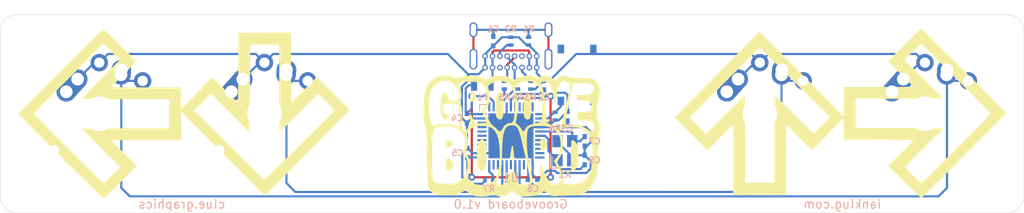
<source format=kicad_pcb>
(kicad_pcb (version 20171130) (host pcbnew "(5.1.5)-3")

  (general
    (thickness 1.6)
    (drawings 14)
    (tracks 264)
    (zones 0)
    (modules 29)
    (nets 22)
  )

  (page A4)
  (layers
    (0 F.Cu signal)
    (31 B.Cu signal)
    (32 B.Adhes user)
    (33 F.Adhes user)
    (34 B.Paste user)
    (35 F.Paste user)
    (36 B.SilkS user)
    (37 F.SilkS user)
    (38 B.Mask user)
    (39 F.Mask user)
    (40 Dwgs.User user)
    (41 Cmts.User user)
    (42 Eco1.User user)
    (43 Eco2.User user)
    (44 Edge.Cuts user)
    (45 Margin user)
    (46 B.CrtYd user)
    (47 F.CrtYd user)
    (48 B.Fab user)
    (49 F.Fab user)
  )

  (setup
    (last_trace_width 0.25)
    (trace_clearance 0.2)
    (zone_clearance 0.508)
    (zone_45_only no)
    (trace_min 0.2)
    (via_size 0.8)
    (via_drill 0.4)
    (via_min_size 0.4)
    (via_min_drill 0.3)
    (uvia_size 0.3)
    (uvia_drill 0.1)
    (uvias_allowed no)
    (uvia_min_size 0.2)
    (uvia_min_drill 0.1)
    (edge_width 0.05)
    (segment_width 0.2)
    (pcb_text_width 0.3)
    (pcb_text_size 1.5 1.5)
    (mod_edge_width 0.12)
    (mod_text_size 1 1)
    (mod_text_width 0.15)
    (pad_size 1.524 1.524)
    (pad_drill 0.762)
    (pad_to_mask_clearance 0)
    (aux_axis_origin 0 0)
    (grid_origin 54.737 24.765)
    (visible_elements 7FFFFFFF)
    (pcbplotparams
      (layerselection 0x010fc_ffffffff)
      (usegerberextensions true)
      (usegerberattributes false)
      (usegerberadvancedattributes false)
      (creategerberjobfile false)
      (excludeedgelayer true)
      (linewidth 0.100000)
      (plotframeref false)
      (viasonmask false)
      (mode 1)
      (useauxorigin false)
      (hpglpennumber 1)
      (hpglpenspeed 20)
      (hpglpendiameter 15.000000)
      (psnegative false)
      (psa4output false)
      (plotreference true)
      (plotvalue false)
      (plotinvisibletext false)
      (padsonsilk false)
      (subtractmaskfromsilk true)
      (outputformat 1)
      (mirror false)
      (drillshape 0)
      (scaleselection 1)
      (outputdirectory ""))
  )

  (net 0 "")
  (net 1 "Net-(C1-Pad1)")
  (net 2 GND)
  (net 3 VCC)
  (net 4 "Net-(C7-Pad2)")
  (net 5 "Net-(F1-Pad2)")
  (net 6 "Net-(J1-PadA5)")
  (net 7 "Net-(J1-PadA6)")
  (net 8 "Net-(J1-PadA7)")
  (net 9 "Net-(J1-PadA8)")
  (net 10 "Net-(J1-PadB8)")
  (net 11 "Net-(J1-PadB5)")
  (net 12 RST)
  (net 13 MX1)
  (net 14 MX2)
  (net 15 MX3)
  (net 16 MX4)
  (net 17 D-)
  (net 18 D+)
  (net 19 "Net-(R7-Pad2)")
  (net 20 "Net-(C2-Pad1)")
  (net 21 "Net-(C8-Pad2)")

  (net_class Default "This is the default net class."
    (clearance 0.2)
    (trace_width 0.25)
    (via_dia 0.8)
    (via_drill 0.4)
    (uvia_dia 0.3)
    (uvia_drill 0.1)
    (add_net D+)
    (add_net D-)
    (add_net GND)
    (add_net MX1)
    (add_net MX2)
    (add_net MX3)
    (add_net MX4)
    (add_net "Net-(C1-Pad1)")
    (add_net "Net-(C2-Pad1)")
    (add_net "Net-(C7-Pad2)")
    (add_net "Net-(C8-Pad2)")
    (add_net "Net-(F1-Pad2)")
    (add_net "Net-(J1-PadA5)")
    (add_net "Net-(J1-PadA6)")
    (add_net "Net-(J1-PadA7)")
    (add_net "Net-(J1-PadA8)")
    (add_net "Net-(J1-PadB5)")
    (add_net "Net-(J1-PadB8)")
    (add_net "Net-(R7-Pad2)")
    (add_net RST)
    (add_net VCC)
  )

  (module Type-C:USB_C_GCT_USB4085 (layer F.Cu) (tedit 60957D1C) (tstamp 6095D76F)
    (at 98.552 22.86 180)
    (path /60958AC4)
    (fp_text reference J1 (at 0 1.85 180) (layer F.SilkS) hide
      (effects (font (size 1 1) (thickness 0.15)))
    )
    (fp_text value USB_C_Receptacle_USB2.0 (at 0 0.85 180) (layer F.Fab)
      (effects (font (size 1 1) (thickness 0.15)))
    )
    (pad S1 thru_hole oval (at 4.325 -1.74 180) (size 0.9 1.7) (drill oval 0.6 1.4) (layers *.Cu *.Mask)
      (net 1 "Net-(C1-Pad1)"))
    (pad S1 thru_hole oval (at -4.325 -1.74 180) (size 0.9 1.7) (drill oval 0.6 1.4) (layers *.Cu *.Mask)
      (net 1 "Net-(C1-Pad1)"))
    (pad S1 thru_hole oval (at 4.325 -5.12 180) (size 0.9 2.4) (drill oval 0.6 2.1) (layers *.Cu *.Mask)
      (net 1 "Net-(C1-Pad1)"))
    (pad S1 thru_hole oval (at -4.325 -5.12 180) (size 0.9 2.4) (drill oval 0.6 2.1) (layers *.Cu *.Mask)
      (net 1 "Net-(C1-Pad1)"))
    (pad B1 thru_hole circle (at 2.98 -4.775 180) (size 0.65 0.65) (drill 0.4) (layers *.Cu *.Mask)
      (net 2 GND))
    (pad B4 thru_hole circle (at 2.13 -4.775 180) (size 0.65 0.65) (drill 0.4) (layers *.Cu *.Mask)
      (net 5 "Net-(F1-Pad2)"))
    (pad B5 thru_hole circle (at 1.28 -4.775 180) (size 0.65 0.65) (drill 0.4) (layers *.Cu *.Mask)
      (net 11 "Net-(J1-PadB5)"))
    (pad B6 thru_hole circle (at 0.43 -4.775 180) (size 0.65 0.65) (drill 0.4) (layers *.Cu *.Mask)
      (net 7 "Net-(J1-PadA6)"))
    (pad B7 thru_hole circle (at -0.42 -4.775 180) (size 0.65 0.65) (drill 0.4) (layers *.Cu *.Mask)
      (net 8 "Net-(J1-PadA7)"))
    (pad B8 thru_hole circle (at -1.27 -4.775 180) (size 0.65 0.65) (drill 0.4) (layers *.Cu *.Mask)
      (net 10 "Net-(J1-PadB8)"))
    (pad B9 thru_hole circle (at -2.12 -4.775 180) (size 0.65 0.65) (drill 0.4) (layers *.Cu *.Mask)
      (net 5 "Net-(F1-Pad2)"))
    (pad B12 thru_hole circle (at -2.975 -4.775 180) (size 0.65 0.65) (drill 0.4) (layers *.Cu *.Mask)
      (net 2 GND))
    (pad A12 thru_hole circle (at 2.975 -6.1 180) (size 0.65 0.65) (drill 0.4) (layers *.Cu *.Mask)
      (net 2 GND))
    (pad A9 thru_hole circle (at 2.125 -6.1 180) (size 0.65 0.65) (drill 0.4) (layers *.Cu *.Mask)
      (net 5 "Net-(F1-Pad2)"))
    (pad A8 thru_hole circle (at 1.275 -6.1 180) (size 0.65 0.65) (drill 0.4) (layers *.Cu *.Mask)
      (net 9 "Net-(J1-PadA8)"))
    (pad A7 thru_hole circle (at 0.425 -6.1 180) (size 0.65 0.65) (drill 0.4) (layers *.Cu *.Mask)
      (net 8 "Net-(J1-PadA7)"))
    (pad A6 thru_hole circle (at -0.425 -6.1 180) (size 0.65 0.65) (drill 0.4) (layers *.Cu *.Mask)
      (net 7 "Net-(J1-PadA6)"))
    (pad A4 thru_hole circle (at -2.125 -6.1 180) (size 0.65 0.65) (drill 0.4) (layers *.Cu *.Mask)
      (net 5 "Net-(F1-Pad2)"))
    (pad A1 thru_hole circle (at -2.975 -6.1 180) (size 0.65 0.65) (drill 0.4) (layers *.Cu *.Mask)
      (net 2 GND))
    (pad A5 thru_hole circle (at -1.275 -6.1 180) (size 0.65 0.65) (drill 0.4) (layers *.Cu *.Mask)
      (net 6 "Net-(J1-PadA5)"))
  )

  (module grooveboard:left-arrow (layer F.Cu) (tedit 0) (tstamp 609533BD)
    (at 146.287 34.265 180)
    (fp_text reference G*** (at 0 0) (layer F.SilkS) hide
      (effects (font (size 1.524 1.524) (thickness 0.3)))
    )
    (fp_text value LOGO (at 0.75 0) (layer F.SilkS) hide
      (effects (font (size 1.524 1.524) (thickness 0.3)))
    )
    (fp_poly (pts (xy 0.457711 -9.670313) (xy 0.644569 -9.505181) (xy 0.924014 -9.246605) (xy 1.280153 -8.909541)
      (xy 1.697092 -8.508941) (xy 2.158935 -8.059763) (xy 2.3407 -7.881612) (xy 4.229281 -6.026709)
      (xy 2.771537 -4.567071) (xy 2.360948 -4.154202) (xy 1.995125 -3.783001) (xy 1.691221 -3.47115)
      (xy 1.466395 -3.236335) (xy 1.337801 -3.09624) (xy 1.313921 -3.064579) (xy 1.398644 -3.055774)
      (xy 1.641202 -3.047486) (xy 2.024257 -3.03991) (xy 2.530473 -3.033239) (xy 3.142511 -3.027669)
      (xy 3.843034 -3.023394) (xy 4.614706 -3.02061) (xy 5.320989 -3.019556) (xy 9.327931 -3.017388)
      (xy 9.350962 0.024064) (xy 9.373994 3.065517) (xy 5.343893 3.065517) (xy 4.522529 3.06609)
      (xy 3.757379 3.067731) (xy 3.065729 3.070324) (xy 2.464867 3.073751) (xy 1.972079 3.077895)
      (xy 1.604652 3.08264) (xy 1.379873 3.087868) (xy 1.313793 3.092784) (xy 1.37314 3.159518)
      (xy 1.539748 3.332184) (xy 1.796469 3.593393) (xy 2.126154 3.925756) (xy 2.511654 4.311888)
      (xy 2.780862 4.58031) (xy 4.247931 6.040569) (xy 2.365591 7.925112) (xy 1.894247 8.39498)
      (xy 1.461918 8.822073) (xy 1.084232 9.19126) (xy 0.776813 9.487411) (xy 0.555288 9.695397)
      (xy 0.435283 9.800089) (xy 0.419282 9.809655) (xy 0.348601 9.749383) (xy 0.163333 9.574776)
      (xy -0.127026 9.295148) (xy -0.512982 8.919813) (xy -0.985038 8.458083) (xy -1.5337 7.919273)
      (xy -2.149472 7.312695) (xy -2.822859 6.647665) (xy -3.544365 5.933494) (xy -4.304496 5.179497)
      (xy -4.558977 4.926724) (xy -9.473265 0.043793) (xy -9.453301 0.023866) (xy -7.597447 0.023866)
      (xy -7.534785 0.09232) (xy -7.361069 0.27163) (xy -7.088892 0.549161) (xy -6.730846 0.912273)
      (xy -6.299524 1.348328) (xy -5.807518 1.844688) (xy -5.267421 2.388715) (xy -4.691826 2.967771)
      (xy -4.093325 3.569218) (xy -3.484512 4.180417) (xy -2.877978 4.78873) (xy -2.286316 5.381519)
      (xy -1.722119 5.946145) (xy -1.19798 6.469972) (xy -0.726491 6.94036) (xy -0.320245 7.344671)
      (xy 0.008166 7.670268) (xy 0.246148 7.904511) (xy 0.38111 8.034763) (xy 0.407492 8.057754)
      (xy 0.471193 7.999953) (xy 0.637931 7.840523) (xy 0.885803 7.600617) (xy 1.192907 7.301388)
      (xy 1.366489 7.13157) (xy 2.312131 6.20521) (xy 0.105599 4.007095) (xy -0.402388 3.498317)
      (xy -0.866345 3.028368) (xy -1.272663 2.611442) (xy -1.607728 2.261737) (xy -1.857928 1.993449)
      (xy -2.009651 1.820774) (xy -2.05046 1.758455) (xy -1.955988 1.749158) (xy -1.702098 1.740414)
      (xy -1.304542 1.732382) (xy -0.779075 1.72522) (xy -0.141449 1.719085) (xy 0.592581 1.714136)
      (xy 1.407262 1.710531) (xy 2.286842 1.708428) (xy 2.985134 1.707931) (xy 7.970255 1.707931)
      (xy 7.9703 0.021896) (xy 7.970345 -1.664138) (xy 2.934138 -1.664138) (xy 2.013018 -1.665258)
      (xy 1.146289 -1.668482) (xy 0.349414 -1.673606) (xy -0.362142 -1.680427) (xy -0.972915 -1.68874)
      (xy -1.467442 -1.698343) (xy -1.830259 -1.709031) (xy -2.045902 -1.720601) (xy -2.102069 -1.730485)
      (xy -2.042246 -1.805659) (xy -1.872125 -1.989802) (xy -1.605729 -2.268475) (xy -1.257082 -2.627239)
      (xy -0.840205 -3.051653) (xy -0.369123 -3.527278) (xy 0.0872 -3.984787) (xy 2.276469 -6.172742)
      (xy 0.395987 -8.059074) (xy -3.612096 -4.051701) (xy -4.304259 -3.358293) (xy -4.957887 -2.700834)
      (xy -5.56271 -2.089826) (xy -6.108459 -1.53577) (xy -6.584865 -1.049169) (xy -6.981659 -0.640524)
      (xy -7.288571 -0.320336) (xy -7.495332 -0.099109) (xy -7.591672 0.012658) (xy -7.597447 0.023866)
      (xy -9.453301 0.023866) (xy -4.583357 -4.836892) (xy -3.815221 -5.602798) (xy -3.082349 -6.332021)
      (xy -2.394252 -7.015191) (xy -1.760441 -7.642936) (xy -1.190427 -8.205884) (xy -0.693719 -8.694665)
      (xy -0.279828 -9.099907) (xy 0.041736 -9.412237) (xy 0.261461 -9.622286) (xy 0.369838 -9.720681)
      (xy 0.379336 -9.727046) (xy 0.457711 -9.670313)) (layer F.SilkS) (width 0.01))
  )

  (module grooveboard:left-arrow (layer F.Cu) (tedit 0) (tstamp 609533A8)
    (at 127.265 34.29 270)
    (fp_text reference G*** (at 0 0 90) (layer F.SilkS) hide
      (effects (font (size 1.524 1.524) (thickness 0.3)))
    )
    (fp_text value LOGO (at 0.75 0 90) (layer F.SilkS) hide
      (effects (font (size 1.524 1.524) (thickness 0.3)))
    )
    (fp_poly (pts (xy 0.457711 -9.670313) (xy 0.644569 -9.505181) (xy 0.924014 -9.246605) (xy 1.280153 -8.909541)
      (xy 1.697092 -8.508941) (xy 2.158935 -8.059763) (xy 2.3407 -7.881612) (xy 4.229281 -6.026709)
      (xy 2.771537 -4.567071) (xy 2.360948 -4.154202) (xy 1.995125 -3.783001) (xy 1.691221 -3.47115)
      (xy 1.466395 -3.236335) (xy 1.337801 -3.09624) (xy 1.313921 -3.064579) (xy 1.398644 -3.055774)
      (xy 1.641202 -3.047486) (xy 2.024257 -3.03991) (xy 2.530473 -3.033239) (xy 3.142511 -3.027669)
      (xy 3.843034 -3.023394) (xy 4.614706 -3.02061) (xy 5.320989 -3.019556) (xy 9.327931 -3.017388)
      (xy 9.350962 0.024064) (xy 9.373994 3.065517) (xy 5.343893 3.065517) (xy 4.522529 3.06609)
      (xy 3.757379 3.067731) (xy 3.065729 3.070324) (xy 2.464867 3.073751) (xy 1.972079 3.077895)
      (xy 1.604652 3.08264) (xy 1.379873 3.087868) (xy 1.313793 3.092784) (xy 1.37314 3.159518)
      (xy 1.539748 3.332184) (xy 1.796469 3.593393) (xy 2.126154 3.925756) (xy 2.511654 4.311888)
      (xy 2.780862 4.58031) (xy 4.247931 6.040569) (xy 2.365591 7.925112) (xy 1.894247 8.39498)
      (xy 1.461918 8.822073) (xy 1.084232 9.19126) (xy 0.776813 9.487411) (xy 0.555288 9.695397)
      (xy 0.435283 9.800089) (xy 0.419282 9.809655) (xy 0.348601 9.749383) (xy 0.163333 9.574776)
      (xy -0.127026 9.295148) (xy -0.512982 8.919813) (xy -0.985038 8.458083) (xy -1.5337 7.919273)
      (xy -2.149472 7.312695) (xy -2.822859 6.647665) (xy -3.544365 5.933494) (xy -4.304496 5.179497)
      (xy -4.558977 4.926724) (xy -9.473265 0.043793) (xy -9.453301 0.023866) (xy -7.597447 0.023866)
      (xy -7.534785 0.09232) (xy -7.361069 0.27163) (xy -7.088892 0.549161) (xy -6.730846 0.912273)
      (xy -6.299524 1.348328) (xy -5.807518 1.844688) (xy -5.267421 2.388715) (xy -4.691826 2.967771)
      (xy -4.093325 3.569218) (xy -3.484512 4.180417) (xy -2.877978 4.78873) (xy -2.286316 5.381519)
      (xy -1.722119 5.946145) (xy -1.19798 6.469972) (xy -0.726491 6.94036) (xy -0.320245 7.344671)
      (xy 0.008166 7.670268) (xy 0.246148 7.904511) (xy 0.38111 8.034763) (xy 0.407492 8.057754)
      (xy 0.471193 7.999953) (xy 0.637931 7.840523) (xy 0.885803 7.600617) (xy 1.192907 7.301388)
      (xy 1.366489 7.13157) (xy 2.312131 6.20521) (xy 0.105599 4.007095) (xy -0.402388 3.498317)
      (xy -0.866345 3.028368) (xy -1.272663 2.611442) (xy -1.607728 2.261737) (xy -1.857928 1.993449)
      (xy -2.009651 1.820774) (xy -2.05046 1.758455) (xy -1.955988 1.749158) (xy -1.702098 1.740414)
      (xy -1.304542 1.732382) (xy -0.779075 1.72522) (xy -0.141449 1.719085) (xy 0.592581 1.714136)
      (xy 1.407262 1.710531) (xy 2.286842 1.708428) (xy 2.985134 1.707931) (xy 7.970255 1.707931)
      (xy 7.9703 0.021896) (xy 7.970345 -1.664138) (xy 2.934138 -1.664138) (xy 2.013018 -1.665258)
      (xy 1.146289 -1.668482) (xy 0.349414 -1.673606) (xy -0.362142 -1.680427) (xy -0.972915 -1.68874)
      (xy -1.467442 -1.698343) (xy -1.830259 -1.709031) (xy -2.045902 -1.720601) (xy -2.102069 -1.730485)
      (xy -2.042246 -1.805659) (xy -1.872125 -1.989802) (xy -1.605729 -2.268475) (xy -1.257082 -2.627239)
      (xy -0.840205 -3.051653) (xy -0.369123 -3.527278) (xy 0.0872 -3.984787) (xy 2.276469 -6.172742)
      (xy 0.395987 -8.059074) (xy -3.612096 -4.051701) (xy -4.304259 -3.358293) (xy -4.957887 -2.700834)
      (xy -5.56271 -2.089826) (xy -6.108459 -1.53577) (xy -6.584865 -1.049169) (xy -6.981659 -0.640524)
      (xy -7.288571 -0.320336) (xy -7.495332 -0.099109) (xy -7.591672 0.012658) (xy -7.597447 0.023866)
      (xy -9.453301 0.023866) (xy -4.583357 -4.836892) (xy -3.815221 -5.602798) (xy -3.082349 -6.332021)
      (xy -2.394252 -7.015191) (xy -1.760441 -7.642936) (xy -1.190427 -8.205884) (xy -0.693719 -8.694665)
      (xy -0.279828 -9.099907) (xy 0.041736 -9.412237) (xy 0.261461 -9.622286) (xy 0.369838 -9.720681)
      (xy 0.379336 -9.727046) (xy 0.457711 -9.670313)) (layer F.SilkS) (width 0.01))
  )

  (module grooveboard:left-arrow (layer F.Cu) (tedit 0) (tstamp 60953207)
    (at 70.112 34.29 90)
    (fp_text reference G*** (at 0 0 90) (layer F.SilkS) hide
      (effects (font (size 1.524 1.524) (thickness 0.3)))
    )
    (fp_text value LOGO (at 0.75 0 90) (layer F.SilkS) hide
      (effects (font (size 1.524 1.524) (thickness 0.3)))
    )
    (fp_poly (pts (xy 0.457711 -9.670313) (xy 0.644569 -9.505181) (xy 0.924014 -9.246605) (xy 1.280153 -8.909541)
      (xy 1.697092 -8.508941) (xy 2.158935 -8.059763) (xy 2.3407 -7.881612) (xy 4.229281 -6.026709)
      (xy 2.771537 -4.567071) (xy 2.360948 -4.154202) (xy 1.995125 -3.783001) (xy 1.691221 -3.47115)
      (xy 1.466395 -3.236335) (xy 1.337801 -3.09624) (xy 1.313921 -3.064579) (xy 1.398644 -3.055774)
      (xy 1.641202 -3.047486) (xy 2.024257 -3.03991) (xy 2.530473 -3.033239) (xy 3.142511 -3.027669)
      (xy 3.843034 -3.023394) (xy 4.614706 -3.02061) (xy 5.320989 -3.019556) (xy 9.327931 -3.017388)
      (xy 9.350962 0.024064) (xy 9.373994 3.065517) (xy 5.343893 3.065517) (xy 4.522529 3.06609)
      (xy 3.757379 3.067731) (xy 3.065729 3.070324) (xy 2.464867 3.073751) (xy 1.972079 3.077895)
      (xy 1.604652 3.08264) (xy 1.379873 3.087868) (xy 1.313793 3.092784) (xy 1.37314 3.159518)
      (xy 1.539748 3.332184) (xy 1.796469 3.593393) (xy 2.126154 3.925756) (xy 2.511654 4.311888)
      (xy 2.780862 4.58031) (xy 4.247931 6.040569) (xy 2.365591 7.925112) (xy 1.894247 8.39498)
      (xy 1.461918 8.822073) (xy 1.084232 9.19126) (xy 0.776813 9.487411) (xy 0.555288 9.695397)
      (xy 0.435283 9.800089) (xy 0.419282 9.809655) (xy 0.348601 9.749383) (xy 0.163333 9.574776)
      (xy -0.127026 9.295148) (xy -0.512982 8.919813) (xy -0.985038 8.458083) (xy -1.5337 7.919273)
      (xy -2.149472 7.312695) (xy -2.822859 6.647665) (xy -3.544365 5.933494) (xy -4.304496 5.179497)
      (xy -4.558977 4.926724) (xy -9.473265 0.043793) (xy -9.453301 0.023866) (xy -7.597447 0.023866)
      (xy -7.534785 0.09232) (xy -7.361069 0.27163) (xy -7.088892 0.549161) (xy -6.730846 0.912273)
      (xy -6.299524 1.348328) (xy -5.807518 1.844688) (xy -5.267421 2.388715) (xy -4.691826 2.967771)
      (xy -4.093325 3.569218) (xy -3.484512 4.180417) (xy -2.877978 4.78873) (xy -2.286316 5.381519)
      (xy -1.722119 5.946145) (xy -1.19798 6.469972) (xy -0.726491 6.94036) (xy -0.320245 7.344671)
      (xy 0.008166 7.670268) (xy 0.246148 7.904511) (xy 0.38111 8.034763) (xy 0.407492 8.057754)
      (xy 0.471193 7.999953) (xy 0.637931 7.840523) (xy 0.885803 7.600617) (xy 1.192907 7.301388)
      (xy 1.366489 7.13157) (xy 2.312131 6.20521) (xy 0.105599 4.007095) (xy -0.402388 3.498317)
      (xy -0.866345 3.028368) (xy -1.272663 2.611442) (xy -1.607728 2.261737) (xy -1.857928 1.993449)
      (xy -2.009651 1.820774) (xy -2.05046 1.758455) (xy -1.955988 1.749158) (xy -1.702098 1.740414)
      (xy -1.304542 1.732382) (xy -0.779075 1.72522) (xy -0.141449 1.719085) (xy 0.592581 1.714136)
      (xy 1.407262 1.710531) (xy 2.286842 1.708428) (xy 2.985134 1.707931) (xy 7.970255 1.707931)
      (xy 7.9703 0.021896) (xy 7.970345 -1.664138) (xy 2.934138 -1.664138) (xy 2.013018 -1.665258)
      (xy 1.146289 -1.668482) (xy 0.349414 -1.673606) (xy -0.362142 -1.680427) (xy -0.972915 -1.68874)
      (xy -1.467442 -1.698343) (xy -1.830259 -1.709031) (xy -2.045902 -1.720601) (xy -2.102069 -1.730485)
      (xy -2.042246 -1.805659) (xy -1.872125 -1.989802) (xy -1.605729 -2.268475) (xy -1.257082 -2.627239)
      (xy -0.840205 -3.051653) (xy -0.369123 -3.527278) (xy 0.0872 -3.984787) (xy 2.276469 -6.172742)
      (xy 0.395987 -8.059074) (xy -3.612096 -4.051701) (xy -4.304259 -3.358293) (xy -4.957887 -2.700834)
      (xy -5.56271 -2.089826) (xy -6.108459 -1.53577) (xy -6.584865 -1.049169) (xy -6.981659 -0.640524)
      (xy -7.288571 -0.320336) (xy -7.495332 -0.099109) (xy -7.591672 0.012658) (xy -7.597447 0.023866)
      (xy -9.453301 0.023866) (xy -4.583357 -4.836892) (xy -3.815221 -5.602798) (xy -3.082349 -6.332021)
      (xy -2.394252 -7.015191) (xy -1.760441 -7.642936) (xy -1.190427 -8.205884) (xy -0.693719 -8.694665)
      (xy -0.279828 -9.099907) (xy 0.041736 -9.412237) (xy 0.261461 -9.622286) (xy 0.369838 -9.720681)
      (xy 0.379336 -9.727046) (xy 0.457711 -9.670313)) (layer F.SilkS) (width 0.01))
  )

  (module grooveboard:left-arrow (layer F.Cu) (tedit 0) (tstamp 60952E55)
    (at 51.137 34.265)
    (fp_text reference G*** (at 0 0) (layer F.SilkS) hide
      (effects (font (size 1.524 1.524) (thickness 0.3)))
    )
    (fp_text value LOGO (at 0.75 0) (layer F.SilkS) hide
      (effects (font (size 1.524 1.524) (thickness 0.3)))
    )
    (fp_poly (pts (xy 0.457711 -9.670313) (xy 0.644569 -9.505181) (xy 0.924014 -9.246605) (xy 1.280153 -8.909541)
      (xy 1.697092 -8.508941) (xy 2.158935 -8.059763) (xy 2.3407 -7.881612) (xy 4.229281 -6.026709)
      (xy 2.771537 -4.567071) (xy 2.360948 -4.154202) (xy 1.995125 -3.783001) (xy 1.691221 -3.47115)
      (xy 1.466395 -3.236335) (xy 1.337801 -3.09624) (xy 1.313921 -3.064579) (xy 1.398644 -3.055774)
      (xy 1.641202 -3.047486) (xy 2.024257 -3.03991) (xy 2.530473 -3.033239) (xy 3.142511 -3.027669)
      (xy 3.843034 -3.023394) (xy 4.614706 -3.02061) (xy 5.320989 -3.019556) (xy 9.327931 -3.017388)
      (xy 9.350962 0.024064) (xy 9.373994 3.065517) (xy 5.343893 3.065517) (xy 4.522529 3.06609)
      (xy 3.757379 3.067731) (xy 3.065729 3.070324) (xy 2.464867 3.073751) (xy 1.972079 3.077895)
      (xy 1.604652 3.08264) (xy 1.379873 3.087868) (xy 1.313793 3.092784) (xy 1.37314 3.159518)
      (xy 1.539748 3.332184) (xy 1.796469 3.593393) (xy 2.126154 3.925756) (xy 2.511654 4.311888)
      (xy 2.780862 4.58031) (xy 4.247931 6.040569) (xy 2.365591 7.925112) (xy 1.894247 8.39498)
      (xy 1.461918 8.822073) (xy 1.084232 9.19126) (xy 0.776813 9.487411) (xy 0.555288 9.695397)
      (xy 0.435283 9.800089) (xy 0.419282 9.809655) (xy 0.348601 9.749383) (xy 0.163333 9.574776)
      (xy -0.127026 9.295148) (xy -0.512982 8.919813) (xy -0.985038 8.458083) (xy -1.5337 7.919273)
      (xy -2.149472 7.312695) (xy -2.822859 6.647665) (xy -3.544365 5.933494) (xy -4.304496 5.179497)
      (xy -4.558977 4.926724) (xy -9.473265 0.043793) (xy -9.453301 0.023866) (xy -7.597447 0.023866)
      (xy -7.534785 0.09232) (xy -7.361069 0.27163) (xy -7.088892 0.549161) (xy -6.730846 0.912273)
      (xy -6.299524 1.348328) (xy -5.807518 1.844688) (xy -5.267421 2.388715) (xy -4.691826 2.967771)
      (xy -4.093325 3.569218) (xy -3.484512 4.180417) (xy -2.877978 4.78873) (xy -2.286316 5.381519)
      (xy -1.722119 5.946145) (xy -1.19798 6.469972) (xy -0.726491 6.94036) (xy -0.320245 7.344671)
      (xy 0.008166 7.670268) (xy 0.246148 7.904511) (xy 0.38111 8.034763) (xy 0.407492 8.057754)
      (xy 0.471193 7.999953) (xy 0.637931 7.840523) (xy 0.885803 7.600617) (xy 1.192907 7.301388)
      (xy 1.366489 7.13157) (xy 2.312131 6.20521) (xy 0.105599 4.007095) (xy -0.402388 3.498317)
      (xy -0.866345 3.028368) (xy -1.272663 2.611442) (xy -1.607728 2.261737) (xy -1.857928 1.993449)
      (xy -2.009651 1.820774) (xy -2.05046 1.758455) (xy -1.955988 1.749158) (xy -1.702098 1.740414)
      (xy -1.304542 1.732382) (xy -0.779075 1.72522) (xy -0.141449 1.719085) (xy 0.592581 1.714136)
      (xy 1.407262 1.710531) (xy 2.286842 1.708428) (xy 2.985134 1.707931) (xy 7.970255 1.707931)
      (xy 7.9703 0.021896) (xy 7.970345 -1.664138) (xy 2.934138 -1.664138) (xy 2.013018 -1.665258)
      (xy 1.146289 -1.668482) (xy 0.349414 -1.673606) (xy -0.362142 -1.680427) (xy -0.972915 -1.68874)
      (xy -1.467442 -1.698343) (xy -1.830259 -1.709031) (xy -2.045902 -1.720601) (xy -2.102069 -1.730485)
      (xy -2.042246 -1.805659) (xy -1.872125 -1.989802) (xy -1.605729 -2.268475) (xy -1.257082 -2.627239)
      (xy -0.840205 -3.051653) (xy -0.369123 -3.527278) (xy 0.0872 -3.984787) (xy 2.276469 -6.172742)
      (xy 0.395987 -8.059074) (xy -3.612096 -4.051701) (xy -4.304259 -3.358293) (xy -4.957887 -2.700834)
      (xy -5.56271 -2.089826) (xy -6.108459 -1.53577) (xy -6.584865 -1.049169) (xy -6.981659 -0.640524)
      (xy -7.288571 -0.320336) (xy -7.495332 -0.099109) (xy -7.591672 0.012658) (xy -7.597447 0.023866)
      (xy -9.453301 0.023866) (xy -4.583357 -4.836892) (xy -3.815221 -5.602798) (xy -3.082349 -6.332021)
      (xy -2.394252 -7.015191) (xy -1.760441 -7.642936) (xy -1.190427 -8.205884) (xy -0.693719 -8.694665)
      (xy -0.279828 -9.099907) (xy 0.041736 -9.412237) (xy 0.261461 -9.622286) (xy 0.369838 -9.720681)
      (xy 0.379336 -9.727046) (xy 0.457711 -9.670313)) (layer F.SilkS) (width 0.01))
  )

  (module kicad-open-modules:TS-1187A-B-A-B (layer B.Cu) (tedit 6092FA0C) (tstamp 60933D82)
    (at 106.187 29.815 90)
    (path /6095CDAF)
    (fp_text reference SW1 (at 0.032 -3.163 270) (layer B.SilkS) hide
      (effects (font (size 0.5 0.5) (thickness 0.12)) (justify mirror))
    )
    (fp_text value SW_Push (at 0 0 270) (layer B.Fab)
      (effects (font (size 0.5 0.5) (thickness 0.12)) (justify mirror))
    )
    (pad 2 smd rect (at -3 -1.875 90) (size 1 0.75) (layers B.Cu B.Paste B.Mask)
      (net 12 RST))
    (pad 2 smd rect (at 3 -1.875 90) (size 1 0.75) (layers B.Cu B.Paste B.Mask)
      (net 12 RST))
    (pad 1 smd rect (at 3 1.875 90) (size 1 0.75) (layers B.Cu B.Paste B.Mask)
      (net 2 GND))
    (pad 1 smd rect (at -3 1.875 90) (size 1 0.75) (layers B.Cu B.Paste B.Mask)
      (net 2 GND))
  )

  (module Package_DFN_QFN:QFN-44-1EP_7x7mm_P0.5mm_EP5.2x5.2mm (layer B.Cu) (tedit 60947C78) (tstamp 60933DD4)
    (at 98.552 36.83 270)
    (descr "QFN, 44 Pin (http://ww1.microchip.com/downloads/en/DeviceDoc/2512S.pdf#page=17), generated with kicad-footprint-generator ipc_noLead_generator.py")
    (tags "QFN NoLead")
    (path /6094CE30)
    (attr smd)
    (fp_text reference U1 (at 4.826 0 180) (layer B.SilkS)
      (effects (font (size 1 1) (thickness 0.15)) (justify mirror))
    )
    (fp_text value ATmega32U4-MU (at 0 -4.82 270) (layer B.Fab)
      (effects (font (size 1 1) (thickness 0.15)) (justify mirror))
    )
    (fp_line (start 4.12 4.12) (end -4.12 4.12) (layer B.CrtYd) (width 0.05))
    (fp_line (start 4.12 -4.12) (end 4.12 4.12) (layer B.CrtYd) (width 0.05))
    (fp_line (start -4.12 -4.12) (end 4.12 -4.12) (layer B.CrtYd) (width 0.05))
    (fp_line (start -4.12 4.12) (end -4.12 -4.12) (layer B.CrtYd) (width 0.05))
    (fp_line (start -3.5 2.5) (end -2.5 3.5) (layer B.Fab) (width 0.1))
    (fp_line (start -3.5 -3.5) (end -3.5 2.5) (layer B.Fab) (width 0.1))
    (fp_line (start 3.5 -3.5) (end -3.5 -3.5) (layer B.Fab) (width 0.1))
    (fp_line (start 3.5 3.5) (end 3.5 -3.5) (layer B.Fab) (width 0.1))
    (fp_line (start -2.5 3.5) (end 3.5 3.5) (layer B.Fab) (width 0.1))
    (fp_line (start -2.885 3.61) (end -3.61 3.61) (layer B.SilkS) (width 0.12))
    (fp_line (start -3.61 3.61) (end -3.61 2.885) (layer B.SilkS) (width 0.12))
    (pad "" smd roundrect (at 1.95 -1.95 270) (size 1.05 1.05) (layers B.Paste) (roundrect_rratio 0.238095))
    (pad "" smd roundrect (at 1.95 -0.65 270) (size 1.05 1.05) (layers B.Paste) (roundrect_rratio 0.238095))
    (pad "" smd roundrect (at 1.95 0.65 270) (size 1.05 1.05) (layers B.Paste) (roundrect_rratio 0.238095))
    (pad "" smd roundrect (at 1.95 1.95 270) (size 1.05 1.05) (layers B.Paste) (roundrect_rratio 0.238095))
    (pad "" smd roundrect (at 0.65 -1.95 270) (size 1.05 1.05) (layers B.Paste) (roundrect_rratio 0.238095))
    (pad "" smd roundrect (at 0.65 -0.65 270) (size 1.05 1.05) (layers B.Paste) (roundrect_rratio 0.238095))
    (pad "" smd roundrect (at 0.65 0.65 270) (size 1.05 1.05) (layers B.Paste) (roundrect_rratio 0.238095))
    (pad "" smd roundrect (at 0.65 1.95 270) (size 1.05 1.05) (layers B.Paste) (roundrect_rratio 0.238095))
    (pad "" smd roundrect (at -0.65 -1.95 270) (size 1.05 1.05) (layers B.Paste) (roundrect_rratio 0.238095))
    (pad "" smd roundrect (at -0.65 -0.65 270) (size 1.05 1.05) (layers B.Paste) (roundrect_rratio 0.238095))
    (pad "" smd roundrect (at -0.65 0.65 270) (size 1.05 1.05) (layers B.Paste) (roundrect_rratio 0.238095))
    (pad "" smd roundrect (at -0.65 1.95 270) (size 1.05 1.05) (layers B.Paste) (roundrect_rratio 0.238095))
    (pad "" smd roundrect (at -1.95 -1.95 270) (size 1.05 1.05) (layers B.Paste) (roundrect_rratio 0.238095))
    (pad "" smd roundrect (at -1.95 -0.65 270) (size 1.05 1.05) (layers B.Paste) (roundrect_rratio 0.238095))
    (pad "" smd roundrect (at -1.95 0.65 270) (size 1.05 1.05) (layers B.Paste) (roundrect_rratio 0.238095))
    (pad "" smd roundrect (at -1.95 1.95 270) (size 1.05 1.05) (layers B.Paste) (roundrect_rratio 0.238095))
    (pad 45 smd rect (at 0 0 270) (size 5.2 5.2) (layers B.Cu B.Mask)
      (net 2 GND))
    (pad 44 smd roundrect (at -2.5 3.3375 270) (size 0.25 1.075) (layers B.Cu B.Paste B.Mask) (roundrect_rratio 0.25)
      (net 3 VCC))
    (pad 43 smd roundrect (at -2 3.3375 270) (size 0.25 1.075) (layers B.Cu B.Paste B.Mask) (roundrect_rratio 0.25)
      (net 2 GND))
    (pad 42 smd roundrect (at -1.5 3.3375 270) (size 0.25 1.075) (layers B.Cu B.Paste B.Mask) (roundrect_rratio 0.25))
    (pad 41 smd roundrect (at -1 3.3375 270) (size 0.25 1.075) (layers B.Cu B.Paste B.Mask) (roundrect_rratio 0.25))
    (pad 40 smd roundrect (at -0.5 3.3375 270) (size 0.25 1.075) (layers B.Cu B.Paste B.Mask) (roundrect_rratio 0.25))
    (pad 39 smd roundrect (at 0 3.3375 270) (size 0.25 1.075) (layers B.Cu B.Paste B.Mask) (roundrect_rratio 0.25))
    (pad 38 smd roundrect (at 0.5 3.3375 270) (size 0.25 1.075) (layers B.Cu B.Paste B.Mask) (roundrect_rratio 0.25))
    (pad 37 smd roundrect (at 1 3.3375 270) (size 0.25 1.075) (layers B.Cu B.Paste B.Mask) (roundrect_rratio 0.25))
    (pad 36 smd roundrect (at 1.5 3.3375 270) (size 0.25 1.075) (layers B.Cu B.Paste B.Mask) (roundrect_rratio 0.25))
    (pad 35 smd roundrect (at 2 3.3375 270) (size 0.25 1.075) (layers B.Cu B.Paste B.Mask) (roundrect_rratio 0.25)
      (net 2 GND))
    (pad 34 smd roundrect (at 2.5 3.3375 270) (size 0.25 1.075) (layers B.Cu B.Paste B.Mask) (roundrect_rratio 0.25)
      (net 3 VCC))
    (pad 33 smd roundrect (at 3.3375 2.5 270) (size 1.075 0.25) (layers B.Cu B.Paste B.Mask) (roundrect_rratio 0.25)
      (net 19 "Net-(R7-Pad2)"))
    (pad 32 smd roundrect (at 3.3375 2 270) (size 1.075 0.25) (layers B.Cu B.Paste B.Mask) (roundrect_rratio 0.25))
    (pad 31 smd roundrect (at 3.3375 1.5 270) (size 1.075 0.25) (layers B.Cu B.Paste B.Mask) (roundrect_rratio 0.25))
    (pad 30 smd roundrect (at 3.3375 1 270) (size 1.075 0.25) (layers B.Cu B.Paste B.Mask) (roundrect_rratio 0.25)
      (net 14 MX2))
    (pad 29 smd roundrect (at 3.3375 0.5 270) (size 1.075 0.25) (layers B.Cu B.Paste B.Mask) (roundrect_rratio 0.25)
      (net 13 MX1))
    (pad 28 smd roundrect (at 3.3375 0 270) (size 1.075 0.25) (layers B.Cu B.Paste B.Mask) (roundrect_rratio 0.25))
    (pad 27 smd roundrect (at 3.3375 -0.5 270) (size 1.075 0.25) (layers B.Cu B.Paste B.Mask) (roundrect_rratio 0.25)
      (net 16 MX4))
    (pad 26 smd roundrect (at 3.3375 -1 270) (size 1.075 0.25) (layers B.Cu B.Paste B.Mask) (roundrect_rratio 0.25)
      (net 15 MX3))
    (pad 25 smd roundrect (at 3.3375 -1.5 270) (size 1.075 0.25) (layers B.Cu B.Paste B.Mask) (roundrect_rratio 0.25))
    (pad 24 smd roundrect (at 3.3375 -2 270) (size 1.075 0.25) (layers B.Cu B.Paste B.Mask) (roundrect_rratio 0.25)
      (net 3 VCC))
    (pad 23 smd roundrect (at 3.3375 -2.5 270) (size 1.075 0.25) (layers B.Cu B.Paste B.Mask) (roundrect_rratio 0.25)
      (net 2 GND))
    (pad 22 smd roundrect (at 2.5 -3.3375 270) (size 0.25 1.075) (layers B.Cu B.Paste B.Mask) (roundrect_rratio 0.25))
    (pad 21 smd roundrect (at 2 -3.3375 270) (size 0.25 1.075) (layers B.Cu B.Paste B.Mask) (roundrect_rratio 0.25))
    (pad 20 smd roundrect (at 1.5 -3.3375 270) (size 0.25 1.075) (layers B.Cu B.Paste B.Mask) (roundrect_rratio 0.25))
    (pad 19 smd roundrect (at 1 -3.3375 270) (size 0.25 1.075) (layers B.Cu B.Paste B.Mask) (roundrect_rratio 0.25))
    (pad 18 smd roundrect (at 0.5 -3.3375 270) (size 0.25 1.075) (layers B.Cu B.Paste B.Mask) (roundrect_rratio 0.25))
    (pad 17 smd roundrect (at 0 -3.3375 270) (size 0.25 1.075) (layers B.Cu B.Paste B.Mask) (roundrect_rratio 0.25)
      (net 21 "Net-(C8-Pad2)"))
    (pad 16 smd roundrect (at -0.5 -3.3375 270) (size 0.25 1.075) (layers B.Cu B.Paste B.Mask) (roundrect_rratio 0.25)
      (net 4 "Net-(C7-Pad2)"))
    (pad 15 smd roundrect (at -1 -3.3375 270) (size 0.25 1.075) (layers B.Cu B.Paste B.Mask) (roundrect_rratio 0.25)
      (net 2 GND))
    (pad 14 smd roundrect (at -1.5 -3.3375 270) (size 0.25 1.075) (layers B.Cu B.Paste B.Mask) (roundrect_rratio 0.25)
      (net 3 VCC))
    (pad 13 smd roundrect (at -2 -3.3375 270) (size 0.25 1.075) (layers B.Cu B.Paste B.Mask) (roundrect_rratio 0.25)
      (net 12 RST))
    (pad 12 smd roundrect (at -2.5 -3.3375 270) (size 0.25 1.075) (layers B.Cu B.Paste B.Mask) (roundrect_rratio 0.25))
    (pad 11 smd roundrect (at -3.3375 -2.5 270) (size 1.075 0.25) (layers B.Cu B.Paste B.Mask) (roundrect_rratio 0.25))
    (pad 10 smd roundrect (at -3.3375 -2 270) (size 1.075 0.25) (layers B.Cu B.Paste B.Mask) (roundrect_rratio 0.25))
    (pad 9 smd roundrect (at -3.3375 -1.5 270) (size 1.075 0.25) (layers B.Cu B.Paste B.Mask) (roundrect_rratio 0.25))
    (pad 8 smd roundrect (at -3.3375 -1 270) (size 1.075 0.25) (layers B.Cu B.Paste B.Mask) (roundrect_rratio 0.25))
    (pad 7 smd roundrect (at -3.3375 -0.5 270) (size 1.075 0.25) (layers B.Cu B.Paste B.Mask) (roundrect_rratio 0.25)
      (net 3 VCC))
    (pad 6 smd roundrect (at -3.3375 0 270) (size 1.075 0.25) (layers B.Cu B.Paste B.Mask) (roundrect_rratio 0.25)
      (net 20 "Net-(C2-Pad1)"))
    (pad 5 smd roundrect (at -3.3375 0.5 270) (size 1.075 0.25) (layers B.Cu B.Paste B.Mask) (roundrect_rratio 0.25)
      (net 2 GND))
    (pad 4 smd roundrect (at -3.3375 1 270) (size 1.075 0.25) (layers B.Cu B.Paste B.Mask) (roundrect_rratio 0.25)
      (net 18 D+))
    (pad 3 smd roundrect (at -3.3375 1.5 270) (size 1.075 0.25) (layers B.Cu B.Paste B.Mask) (roundrect_rratio 0.25)
      (net 17 D-))
    (pad 2 smd roundrect (at -3.3375 2 270) (size 1.075 0.25) (layers B.Cu B.Paste B.Mask) (roundrect_rratio 0.25)
      (net 3 VCC))
    (pad 1 smd roundrect (at -3.3375 2.5 270) (size 1.075 0.25) (layers B.Cu B.Paste B.Mask) (roundrect_rratio 0.25))
    (model ${KISYS3DMOD}/Package_DFN_QFN.3dshapes/QFN-44-1EP_7x7mm_P0.5mm_EP5.2x5.2mm.wrl
      (at (xyz 0 0 0))
      (scale (xyz 1 1 1))
      (rotate (xyz 0 0 0))
    )
  )

  (module grooveboard:grooveboard-logo (layer F.Cu) (tedit 0) (tstamp 6094D77C)
    (at 98.537 36.915)
    (fp_text reference G*** (at 0 0) (layer F.SilkS) hide
      (effects (font (size 1.524 1.524) (thickness 0.3)))
    )
    (fp_text value LOGO (at 0.75 0) (layer F.SilkS) hide
      (effects (font (size 1.524 1.524) (thickness 0.3)))
    )
    (fp_poly (pts (xy -4.194347 -4.97887) (xy -4.034729 -4.801334) (xy -4.002426 -4.554813) (xy -4.078402 -4.299771)
      (xy -4.243621 -4.09667) (xy -4.47905 -4.005974) (xy -4.500824 -4.005384) (xy -4.610002 -4.030786)
      (xy -4.666871 -4.137528) (xy -4.687492 -4.371417) (xy -4.689231 -4.542692) (xy -4.667706 -4.887741)
      (xy -4.588423 -5.060141) (xy -4.429318 -5.079336) (xy -4.194347 -4.97887)) (layer F.SilkS) (width 0.01))
    (fp_poly (pts (xy 2.187993 -4.862096) (xy 2.216043 -4.82772) (xy 2.271054 -4.653707) (xy 2.311594 -4.334441)
      (xy 2.337035 -3.91956) (xy 2.346744 -3.458705) (xy 2.340094 -3.001516) (xy 2.316452 -2.597633)
      (xy 2.27519 -2.296695) (xy 2.249341 -2.204436) (xy 2.09329 -1.99966) (xy 1.881419 -1.950995)
      (xy 1.675618 -2.058604) (xy 1.578758 -2.202673) (xy 1.521733 -2.436736) (xy 1.485262 -2.805618)
      (xy 1.469061 -3.253124) (xy 1.472842 -3.72306) (xy 1.496321 -4.159232) (xy 1.539213 -4.505444)
      (xy 1.591394 -4.688365) (xy 1.772325 -4.903409) (xy 1.988786 -4.965245) (xy 2.187993 -4.862096)) (layer F.SilkS) (width 0.01))
    (fp_poly (pts (xy -1.050192 -4.903626) (xy -0.955646 -4.794509) (xy -0.892843 -4.665697) (xy -0.85537 -4.477352)
      (xy -0.83681 -4.189633) (xy -0.830747 -3.762701) (xy -0.830385 -3.538647) (xy -0.842866 -2.920476)
      (xy -0.884329 -2.474668) (xy -0.9608 -2.179554) (xy -1.078305 -2.013466) (xy -1.242873 -1.954736)
      (xy -1.271185 -1.953846) (xy -1.458686 -2.03004) (xy -1.620247 -2.197069) (xy -1.691346 -2.342974)
      (xy -1.734599 -2.543936) (xy -1.753595 -2.839591) (xy -1.751928 -3.269578) (xy -1.743983 -3.562679)
      (xy -1.724778 -4.056551) (xy -1.69918 -4.395416) (xy -1.659521 -4.619648) (xy -1.598133 -4.769622)
      (xy -1.507347 -4.88571) (xy -1.489177 -4.904242) (xy -1.27 -5.123419) (xy -1.050192 -4.903626)) (layer F.SilkS) (width 0.01))
    (fp_poly (pts (xy -6.93913 0.458823) (xy -6.769603 0.655177) (xy -6.740769 0.830385) (xy -6.819409 1.098342)
      (xy -7.046307 1.245048) (xy -7.248769 1.27) (xy -7.417122 1.255414) (xy -7.496872 1.176421)
      (xy -7.520905 0.980166) (xy -7.522308 0.830385) (xy -7.513232 0.559818) (xy -7.464081 0.431649)
      (xy -7.341966 0.393023) (xy -7.248769 0.390769) (xy -6.93913 0.458823)) (layer F.SilkS) (width 0.01))
    (fp_poly (pts (xy -6.97808 2.620228) (xy -6.743668 2.827032) (xy -6.613177 3.109596) (xy -6.603205 3.417104)
      (xy -6.730351 3.698737) (xy -6.87751 3.832927) (xy -7.070972 3.895042) (xy -7.302896 3.89797)
      (xy -7.45718 3.842564) (xy -7.491079 3.717632) (xy -7.514634 3.456864) (xy -7.522308 3.158718)
      (xy -7.517036 2.822192) (xy -7.490567 2.636534) (xy -7.426916 2.557298) (xy -7.3101 2.540036)
      (xy -7.299814 2.54) (xy -6.97808 2.620228)) (layer F.SilkS) (width 0.01))
    (fp_poly (pts (xy 7.41302 0.579218) (xy 7.599268 0.856041) (xy 7.672159 1.020849) (xy 7.768732 1.418079)
      (xy 7.812373 1.9187) (xy 7.805743 2.459594) (xy 7.751506 2.977647) (xy 7.652324 3.409743)
      (xy 7.562575 3.618836) (xy 7.377194 3.853375) (xy 7.179335 3.981431) (xy 7.151015 3.987756)
      (xy 7.074713 3.994273) (xy 7.019025 3.970937) (xy 6.980704 3.891639) (xy 6.956504 3.730272)
      (xy 6.943181 3.460728) (xy 6.937487 3.056899) (xy 6.936177 2.492677) (xy 6.936154 2.259483)
      (xy 6.941336 1.63333) (xy 6.956043 1.114797) (xy 6.979011 0.727875) (xy 7.008979 0.496554)
      (xy 7.031827 0.440863) (xy 7.212863 0.430852) (xy 7.41302 0.579218)) (layer F.SilkS) (width 0.01))
    (fp_poly (pts (xy 3.925575 0.407543) (xy 3.983647 0.445155) (xy 4.164718 0.672761) (xy 4.205737 0.956436)
      (xy 4.125058 1.237944) (xy 3.941033 1.459047) (xy 3.672016 1.561508) (xy 3.631346 1.563077)
      (xy 3.459732 1.55346) (xy 3.411076 1.538654) (xy 3.405832 1.433387) (xy 3.402911 1.202057)
      (xy 3.402366 0.91397) (xy 3.404248 0.638435) (xy 3.408609 0.444759) (xy 3.41024 0.415193)
      (xy 3.494374 0.311172) (xy 3.685357 0.309626) (xy 3.925575 0.407543)) (layer F.SilkS) (width 0.01))
    (fp_poly (pts (xy 0.222317 1.069676) (xy 0.276589 1.294739) (xy 0.329493 1.707591) (xy 0.341981 1.831731)
      (xy 0.410599 2.54) (xy 0.145361 2.54) (xy -0.012475 2.529694) (xy -0.08133 2.464862)
      (xy -0.083169 2.294637) (xy -0.055008 2.075962) (xy 0.028016 1.535545) (xy 0.100359 1.188646)
      (xy 0.16435 1.033834) (xy 0.222317 1.069676)) (layer F.SilkS) (width 0.01))
    (fp_poly (pts (xy -3.077308 0.518332) (xy -2.97886 0.638066) (xy -2.911175 0.762453) (xy -2.868504 0.928973)
      (xy -2.845097 1.17511) (xy -2.835207 1.538346) (xy -2.833084 2.056161) (xy -2.833077 2.110684)
      (xy -2.839675 2.715183) (xy -2.861424 3.156267) (xy -2.901253 3.465525) (xy -2.962094 3.674545)
      (xy -2.982124 3.717159) (xy -3.172976 3.947568) (xy -3.398128 3.987222) (xy -3.640758 3.833946)
      (xy -3.667282 3.805779) (xy -3.764227 3.648964) (xy -3.82945 3.406216) (xy -3.871681 3.035489)
      (xy -3.889565 2.735177) (xy -3.903969 1.949909) (xy -3.861762 1.336088) (xy -3.760522 0.877441)
      (xy -3.597827 0.557693) (xy -3.558341 0.509697) (xy -3.321538 0.244231) (xy -3.077308 0.518332)) (layer F.SilkS) (width 0.01))
    (fp_poly (pts (xy -7.274324 -7.041599) (xy -6.721528 -6.896472) (xy -6.629572 -6.854245) (xy -6.373771 -6.737157)
      (xy -6.21156 -6.708475) (xy -6.064435 -6.764098) (xy -5.975334 -6.820053) (xy -5.797848 -6.902456)
      (xy -5.542512 -6.953676) (xy -5.167872 -6.979261) (xy -4.742373 -6.985) (xy -4.252461 -6.977684)
      (xy -3.900423 -6.949809) (xy -3.629099 -6.892481) (xy -3.381328 -6.796806) (xy -3.308296 -6.76189)
      (xy -2.855439 -6.53878) (xy -2.477912 -6.76189) (xy -2.247584 -6.877427) (xy -1.999598 -6.945623)
      (xy -1.672779 -6.977709) (xy -1.262866 -6.985) (xy -0.832511 -6.97804) (xy -0.536546 -6.948679)
      (xy -0.314213 -6.884189) (xy -0.104758 -6.771848) (xy -0.037536 -6.728359) (xy 0.201388 -6.577626)
      (xy 0.346809 -6.52801) (xy 0.466993 -6.571057) (xy 0.573724 -6.652656) (xy 0.956661 -6.861229)
      (xy 1.452141 -6.990173) (xy 1.991113 -7.031968) (xy 2.504529 -6.979094) (xy 2.784638 -6.893433)
      (xy 3.03764 -6.808892) (xy 3.234624 -6.822976) (xy 3.422569 -6.903616) (xy 3.817598 -7.003976)
      (xy 4.258602 -6.969605) (xy 4.663045 -6.812942) (xy 4.826456 -6.691998) (xy 5.08 -6.457022)
      (xy 5.333544 -6.691998) (xy 5.696014 -6.909212) (xy 6.136431 -7.003842) (xy 6.573044 -6.964025)
      (xy 6.74971 -6.89749) (xy 6.965103 -6.821486) (xy 7.271111 -6.772666) (xy 7.704121 -6.747115)
      (xy 8.206716 -6.740769) (xy 8.709557 -6.737179) (xy 9.061067 -6.721969) (xy 9.305239 -6.688483)
      (xy 9.486064 -6.630063) (xy 9.647534 -6.540051) (xy 9.681514 -6.517578) (xy 9.990313 -6.197839)
      (xy 10.183942 -5.753711) (xy 10.254451 -5.224146) (xy 10.193891 -4.648091) (xy 10.118813 -4.375145)
      (xy 10.029196 -3.983518) (xy 9.973963 -3.491348) (xy 9.953637 -2.958432) (xy 9.968737 -2.444569)
      (xy 10.019783 -2.009556) (xy 10.09586 -1.737176) (xy 10.213831 -1.309515) (xy 10.251941 -0.795667)
      (xy 10.209304 -0.288156) (xy 10.113049 0.059378) (xy 10.046892 0.256891) (xy 10.017103 0.477771)
      (xy 10.022385 0.773196) (xy 10.061442 1.194347) (xy 10.080159 1.358042) (xy 10.129182 2.11844)
      (xy 10.114469 2.943184) (xy 10.041288 3.760879) (xy 9.914906 4.500133) (xy 9.822052 4.855881)
      (xy 9.523033 5.513116) (xy 9.067883 6.086673) (xy 8.552451 6.494445) (xy 8.35784 6.610658)
      (xy 8.186701 6.691855) (xy 7.998517 6.744717) (xy 7.752774 6.775926) (xy 7.408955 6.792163)
      (xy 6.926544 6.800111) (xy 6.684628 6.802476) (xy 6.179133 6.810899) (xy 5.742395 6.825233)
      (xy 5.4122 6.843703) (xy 5.226333 6.864535) (xy 5.202328 6.872082) (xy 5.018875 6.891515)
      (xy 4.738573 6.825503) (xy 4.426757 6.697563) (xy 4.148761 6.531209) (xy 4.065797 6.463014)
      (xy 3.857971 6.305995) (xy 3.74914 6.306603) (xy 3.741389 6.321879) (xy 3.560526 6.542469)
      (xy 3.203652 6.715025) (xy 2.685388 6.83434) (xy 2.149339 6.888848) (xy 1.545016 6.90441)
      (xy 1.091652 6.864836) (xy 0.75041 6.76139) (xy 0.482453 6.585333) (xy 0.386798 6.492312)
      (xy 0.158712 6.249525) (xy -0.156511 6.555051) (xy -0.563794 6.820968) (xy -1.042912 6.923821)
      (xy -1.547376 6.856024) (xy -1.688139 6.804885) (xy -1.954095 6.713271) (xy -2.162005 6.715192)
      (xy -2.390324 6.7946) (xy -2.72794 6.879252) (xy -3.17691 6.919012) (xy -3.658223 6.91298)
      (xy -4.092864 6.860254) (xy -4.268243 6.816019) (xy -4.554571 6.683442) (xy -4.850479 6.488837)
      (xy -4.889673 6.457258) (xy -5.1994 6.198687) (xy -5.795892 6.494151) (xy -6.081607 6.62825)
      (xy -6.324562 6.713994) (xy -6.583052 6.761774) (xy -6.915374 6.781982) (xy -7.379823 6.78501)
      (xy -7.426458 6.784812) (xy -8.082024 6.758101) (xy -8.582629 6.676909) (xy -8.964016 6.529265)
      (xy -9.261927 6.303199) (xy -9.42177 6.116556) (xy -9.476698 6.034244) (xy -9.521214 5.935475)
      (xy -9.556874 5.798995) (xy -9.585236 5.60355) (xy -9.607858 5.327882) (xy -9.626296 4.950739)
      (xy -9.642108 4.450864) (xy -9.65685 3.807003) (xy -9.672082 2.997901) (xy -9.678953 2.606337)
      (xy -9.687325 2.166947) (xy -9.085385 2.166947) (xy -9.082767 3.019893) (xy -9.072223 3.698834)
      (xy -9.049719 4.225112) (xy -9.011218 4.620067) (xy -8.952687 4.905041) (xy -8.870089 5.101375)
      (xy -8.759389 5.230409) (xy -8.616553 5.313485) (xy -8.481707 5.359686) (xy -8.142682 5.420619)
      (xy -7.694936 5.452985) (xy -7.209235 5.456786) (xy -6.756343 5.432026) (xy -6.407026 5.378707)
      (xy -6.340155 5.359585) (xy -5.778875 5.083644) (xy -5.366744 4.681556) (xy -5.103699 4.153227)
      (xy -4.989678 3.498562) (xy -4.984453 3.316242) (xy -4.998221 2.922174) (xy -5.058578 2.631828)
      (xy -5.189319 2.354876) (xy -5.274502 2.215202) (xy -5.524152 1.821544) (xy -5.210911 1.821544)
      (xy -5.141536 1.945051) (xy -5.139347 1.947569) (xy -4.875511 2.383103) (xy -4.722139 2.92506)
      (xy -4.686655 3.513857) (xy -4.776482 4.08991) (xy -4.846615 4.29708) (xy -4.939169 4.556957)
      (xy -4.949156 4.72438) (xy -4.876395 4.884059) (xy -4.845254 4.932696) (xy -4.50768 5.27896)
      (xy -4.050624 5.50676) (xy -3.515568 5.608387) (xy -2.943991 5.576131) (xy -2.377375 5.402284)
      (xy -2.360321 5.39454) (xy -2.123833 5.222516) (xy -1.702387 5.222516) (xy -1.700423 5.362077)
      (xy -1.658268 5.424937) (xy -1.46735 5.528559) (xy -1.176427 5.568153) (xy -0.869762 5.54466)
      (xy -0.631616 5.459023) (xy -0.578635 5.412864) (xy -0.488661 5.233684) (xy -0.394189 4.937714)
      (xy -0.339694 4.704595) (xy -0.271594 4.393083) (xy -0.200162 4.224901) (xy -0.086611 4.151237)
      (xy 0.107844 4.12328) (xy 0.123281 4.121961) (xy 0.47645 4.091999) (xy 0.591987 4.679265)
      (xy 0.70553 5.115195) (xy 0.859856 5.386204) (xy 1.087429 5.522581) (xy 1.420717 5.554611)
      (xy 1.525146 5.549814) (xy 1.835065 5.510713) (xy 2.018544 5.423175) (xy 2.137342 5.267419)
      (xy 2.174415 5.18312) (xy 2.194442 5.074847) (xy 2.193917 4.921082) (xy 2.169338 4.70031)
      (xy 2.117198 4.391012) (xy 2.033994 3.971674) (xy 1.916222 3.420777) (xy 1.760376 2.716805)
      (xy 1.620224 2.092419) (xy 1.417861 1.199393) (xy 1.260925 0.529914) (xy 1.854826 0.529914)
      (xy 1.859549 1.049154) (xy 1.879473 1.491473) (xy 1.921432 1.91229) (xy 1.992263 2.367027)
      (xy 2.098799 2.911104) (xy 2.215174 3.451779) (xy 2.349535 4.077549) (xy 2.44009 4.540923)
      (xy 2.490482 4.869038) (xy 2.50435 5.089036) (xy 2.485336 5.228055) (xy 2.460733 5.282184)
      (xy 2.36031 5.472203) (xy 2.399008 5.55219) (xy 2.596361 5.568462) (xy 2.850712 5.491781)
      (xy 3.125906 5.290337) (xy 3.143309 5.273259) (xy 3.283109 5.125466) (xy 3.368063 4.99032)
      (xy 3.40944 4.817231) (xy 3.418508 4.55561) (xy 3.406536 4.154868) (xy 3.404448 4.100902)
      (xy 3.395041 3.71443) (xy 3.398409 3.414883) (xy 3.413543 3.245816) (xy 3.424793 3.223797)
      (xy 3.483724 3.307551) (xy 3.600834 3.534118) (xy 3.757813 3.866523) (xy 3.89653 4.176346)
      (xy 4.171322 4.754978) (xy 4.419304 5.163034) (xy 4.657268 5.420394) (xy 4.902003 5.546939)
      (xy 5.072273 5.568462) (xy 5.393704 5.494235) (xy 5.667566 5.304379) (xy 5.835539 5.048133)
      (xy 5.861692 4.901948) (xy 5.820415 4.706244) (xy 5.708952 4.386678) (xy 5.54606 3.993356)
      (xy 5.414201 3.706647) (xy 5.046388 2.939429) (xy 5.373077 2.939429) (xy 5.414525 3.063588)
      (xy 5.525313 3.316039) (xy 5.685108 3.651481) (xy 5.763846 3.81) (xy 5.999983 4.345271)
      (xy 6.129447 4.790518) (xy 6.148568 5.124803) (xy 6.053675 5.327183) (xy 6.0325 5.342889)
      (xy 6.020333 5.406522) (xy 6.164522 5.460309) (xy 6.426098 5.499223) (xy 6.766091 5.518235)
      (xy 7.145532 5.512315) (xy 7.278077 5.503613) (xy 7.724884 5.430922) (xy 8.13134 5.301395)
      (xy 8.250997 5.243986) (xy 8.673525 4.902733) (xy 9.01117 4.400091) (xy 9.25809 3.753355)
      (xy 9.408441 2.979821) (xy 9.456378 2.096784) (xy 9.445202 1.709616) (xy 9.366823 0.901558)
      (xy 9.217924 0.258864) (xy 8.989353 -0.238602) (xy 8.671959 -0.610972) (xy 8.27232 -0.870846)
      (xy 8.022332 -0.971955) (xy 7.744502 -1.034233) (xy 7.383432 -1.065759) (xy 6.88372 -1.074614)
      (xy 6.875136 -1.074615) (xy 6.298391 -1.059562) (xy 5.911973 -1.014197) (xy 5.722664 -0.945761)
      (xy 5.624488 -0.857709) (xy 5.606854 -0.754826) (xy 5.675304 -0.579368) (xy 5.776561 -0.384031)
      (xy 5.892997 -0.131681) (xy 5.963073 0.127751) (xy 5.997591 0.456064) (xy 6.007348 0.915055)
      (xy 6.007376 0.936702) (xy 6.002756 1.371409) (xy 5.978667 1.673083) (xy 5.921002 1.904003)
      (xy 5.815656 2.126446) (xy 5.690577 2.335309) (xy 5.522801 2.619401) (xy 5.407727 2.841402)
      (xy 5.373077 2.939429) (xy 5.046388 2.939429) (xy 4.966556 2.77291) (xy 5.26504 2.453382)
      (xy 5.532142 2.079228) (xy 5.692068 1.624244) (xy 5.757852 1.045797) (xy 5.761156 0.830385)
      (xy 5.68143 0.17017) (xy 5.450232 -0.370074) (xy 5.073641 -0.785927) (xy 4.557736 -1.07297)
      (xy 3.908598 -1.226785) (xy 3.132305 -1.242953) (xy 2.931596 -1.226252) (xy 2.537582 -1.175709)
      (xy 2.253545 -1.096718) (xy 2.061538 -0.960008) (xy 1.943613 -0.736309) (xy 1.881826 -0.396351)
      (xy 1.858229 0.089136) (xy 1.854826 0.529914) (xy 1.260925 0.529914) (xy 1.248933 0.47876)
      (xy 1.105093 -0.08795) (xy 0.977994 -0.519208) (xy 0.859286 -0.833485) (xy 0.740624 -1.049252)
      (xy 0.613658 -1.184979) (xy 0.470041 -1.259139) (xy 0.301425 -1.290201) (xy 0.099463 -1.296637)
      (xy 0.088566 -1.296643) (xy -0.204975 -1.258665) (xy -0.444035 -1.134179) (xy -0.63374 -0.90736)
      (xy -0.779218 -0.56238) (xy -0.885596 -0.083412) (xy -0.957999 0.54537) (xy -1.001556 1.339792)
      (xy -1.019312 2.123371) (xy -1.04021 2.924391) (xy -1.084017 3.560739) (xy -1.156451 4.062369)
      (xy -1.263229 4.459234) (xy -1.410068 4.781289) (xy -1.572333 5.020732) (xy -1.702387 5.222516)
      (xy -2.123833 5.222516) (xy -1.979104 5.117239) (xy -1.680718 4.671799) (xy -1.464345 4.055742)
      (xy -1.329167 3.266587) (xy -1.274364 2.301857) (xy -1.27297 2.100385) (xy -1.306758 1.15258)
      (xy -1.412281 0.378203) (xy -1.595995 -0.233474) (xy -1.864357 -0.69318) (xy -2.223823 -1.011643)
      (xy -2.680849 -1.199594) (xy -3.241893 -1.267759) (xy -3.300253 -1.268393) (xy -3.887878 -1.223425)
      (xy -4.343816 -1.074009) (xy -4.710861 -0.803618) (xy -4.82402 -0.679993) (xy -5.008821 -0.406884)
      (xy -5.050812 -0.17331) (xy -5.039868 -0.104978) (xy -4.939402 0.437368) (xy -4.918134 0.850862)
      (xy -4.977126 1.185734) (xy -5.071927 1.410261) (xy -5.190448 1.665119) (xy -5.210911 1.821544)
      (xy -5.524152 1.821544) (xy -5.566696 1.75446) (xy -5.372194 1.391561) (xy -5.246947 1.099412)
      (xy -5.181172 0.831829) (xy -5.178237 0.782985) (xy -5.267488 0.220032) (xy -5.512635 -0.29332)
      (xy -5.883591 -0.716254) (xy -6.350269 -1.007952) (xy -6.548926 -1.076572) (xy -6.881858 -1.130569)
      (xy -7.311031 -1.151068) (xy -7.773119 -1.140682) (xy -8.204797 -1.102018) (xy -8.542738 -1.037688)
      (xy -8.671909 -0.989075) (xy -8.791621 -0.903345) (xy -8.886249 -0.774357) (xy -8.958617 -0.580557)
      (xy -9.011548 -0.300393) (xy -9.047866 0.087686) (xy -9.070394 0.605233) (xy -9.081957 1.2738)
      (xy -9.085377 2.114939) (xy -9.085385 2.166947) (xy -9.687325 2.166947) (xy -9.696728 1.673492)
      (xy -9.715311 0.913081) (xy -9.736057 0.302155) (xy -9.760317 -0.182236) (xy -9.789444 -0.563041)
      (xy -9.824791 -0.863211) (xy -9.867711 -1.105695) (xy -9.907438 -1.27) (xy -9.977443 -1.569989)
      (xy -10.0231 -1.886578) (xy -10.047115 -2.263679) (xy -10.052195 -2.745206) (xy -10.041521 -3.348245)
      (xy -9.418586 -3.348245) (xy -9.386352 -2.69577) (xy -9.309611 -2.116878) (xy -9.219104 -1.758461)
      (xy -9.115847 -1.471717) (xy -9.015683 -1.312665) (xy -8.868444 -1.260082) (xy -8.623958 -1.292742)
      (xy -8.303846 -1.371259) (xy -7.898572 -1.432777) (xy -7.415398 -1.445908) (xy -6.923219 -1.414789)
      (xy -6.490928 -1.343554) (xy -6.203462 -1.245159) (xy -6.004297 -1.149533) (xy -5.917103 -1.165911)
      (xy -5.881947 -1.313423) (xy -5.877299 -1.34928) (xy -5.865975 -1.562061) (xy -5.864068 -1.908588)
      (xy -5.871579 -2.327452) (xy -5.877299 -2.503617) (xy -5.90983 -3.032957) (xy -5.977819 -3.397378)
      (xy -6.105781 -3.627038) (xy -6.318237 -3.752097) (xy -6.639702 -3.802712) (xy -6.939333 -3.81)
      (xy -7.365406 -3.790903) (xy -7.63031 -3.716186) (xy -7.766026 -3.559706) (xy -7.804533 -3.29532)
      (xy -7.796931 -3.108951) (xy -7.761894 -2.83688) (xy -7.677985 -2.692586) (xy -7.499631 -2.608486)
      (xy -7.449038 -2.593067) (xy -7.215827 -2.459253) (xy -7.139188 -2.277908) (xy -7.207298 -2.100581)
      (xy -7.40833 -1.978822) (xy -7.595677 -1.953846) (xy -7.814055 -2.041332) (xy -7.971506 -2.305826)
      (xy -8.069042 -2.750378) (xy -8.107678 -3.37804) (xy -8.108462 -3.499207) (xy -8.085538 -4.133808)
      (xy -8.014355 -4.591804) (xy -7.891295 -4.886807) (xy -7.712738 -5.032427) (xy -7.699693 -5.036866)
      (xy -7.512919 -5.056262) (xy -7.383809 -4.950459) (xy -7.281542 -4.688547) (xy -7.255667 -4.591538)
      (xy -7.092386 -4.263641) (xy -6.826442 -4.085121) (xy -6.492891 -4.075451) (xy -6.385427 -4.108179)
      (xy -6.130083 -4.24071) (xy -6.001754 -4.427962) (xy -5.96157 -4.732882) (xy -5.960727 -4.795981)
      (xy -6.048151 -5.276832) (xy -6.288816 -5.732698) (xy -6.526685 -5.979028) (xy -6.004947 -5.979028)
      (xy -5.835067 -5.505091) (xy -5.687133 -4.9201) (xy -5.701582 -4.443224) (xy -5.825568 -4.145983)
      (xy -5.927272 -3.960189) (xy -5.905402 -3.828278) (xy -5.801145 -3.699674) (xy -5.724747 -3.591475)
      (xy -5.671442 -3.440942) (xy -5.636503 -3.212605) (xy -5.615203 -2.870992) (xy -5.602818 -2.380631)
      (xy -5.600013 -2.190152) (xy -5.589205 -1.699511) (xy -5.571809 -1.277343) (xy -5.550046 -0.963149)
      (xy -5.526133 -0.796431) (xy -5.520978 -0.783743) (xy -5.373263 -0.688972) (xy -5.157747 -0.775253)
      (xy -4.943319 -0.966634) (xy -4.801361 -1.130718) (xy -4.723613 -1.29026) (xy -4.69505 -1.506923)
      (xy -4.700648 -1.842367) (xy -4.705234 -1.943777) (xy -4.713813 -2.283386) (xy -4.705792 -2.530732)
      (xy -4.682953 -2.636936) (xy -4.67989 -2.637912) (xy -4.614278 -2.555366) (xy -4.501634 -2.340683)
      (xy -4.3851 -2.083273) (xy -4.148497 -1.528854) (xy -3.466907 -1.553564) (xy -3.124809 -1.569954)
      (xy -2.870077 -1.589672) (xy -2.755271 -1.608593) (xy -2.75408 -1.609509) (xy -2.77999 -1.704785)
      (xy -2.876676 -1.929545) (xy -3.024903 -2.239858) (xy -3.066643 -2.323439) (xy -3.383682 -2.952995)
      (xy -3.04164 -2.952995) (xy -2.671815 -2.168817) (xy -2.396485 -1.649682) (xy -2.15034 -1.321369)
      (xy -2.027996 -1.222787) (xy -1.777443 -1.028101) (xy -1.598458 -0.823544) (xy -1.395589 -0.623487)
      (xy -1.193233 -0.614534) (xy -1.018042 -0.794161) (xy -0.975552 -0.882542) (xy -0.749429 -1.233044)
      (xy -0.432266 -1.474073) (xy -0.0821 -1.563077) (xy 0.098159 -1.594426) (xy 0.230959 -1.706)
      (xy 0.326005 -1.924091) (xy 0.392999 -2.274991) (xy 0.441645 -2.784991) (xy 0.457245 -3.024412)
      (xy 0.469981 -3.738692) (xy 0.426409 -4.419904) (xy 0.332535 -5.024365) (xy 0.194363 -5.508391)
      (xy 0.098867 -5.7065) (xy 0.490561 -5.7065) (xy 0.645974 -4.978057) (xy 0.709752 -4.548704)
      (xy 0.746855 -4.021154) (xy 0.75803 -3.448307) (xy 0.744027 -2.883061) (xy 0.705594 -2.378314)
      (xy 0.64348 -1.986966) (xy 0.601624 -1.844676) (xy 0.555936 -1.656424) (xy 0.623195 -1.515763)
      (xy 0.787265 -1.378905) (xy 1.032076 -1.145091) (xy 1.221936 -0.877719) (xy 1.222049 -0.877499)
      (xy 1.378225 -0.644633) (xy 1.50584 -0.603953) (xy 1.603681 -0.755811) (xy 1.607019 -0.766087)
      (xy 1.811995 -1.092538) (xy 2.191911 -1.335621) (xy 2.744282 -1.493799) (xy 2.798245 -1.503137)
      (xy 3.150737 -1.568289) (xy 3.358605 -1.635265) (xy 3.471046 -1.730545) (xy 3.537258 -1.880609)
      (xy 3.544876 -1.905) (xy 3.592442 -2.174544) (xy 3.624629 -2.587795) (xy 3.64164 -3.093698)
      (xy 3.643675 -3.641198) (xy 3.630936 -4.17924) (xy 3.603625 -4.656769) (xy 3.561941 -5.022729)
      (xy 3.532039 -5.161119) (xy 3.314702 -5.633657) (xy 2.985323 -6.024678) (xy 2.983849 -6.025655)
      (xy 3.487533 -6.025655) (xy 3.604017 -5.736893) (xy 3.720834 -5.405638) (xy 3.828243 -4.943192)
      (xy 3.916419 -4.413747) (xy 3.975536 -3.881496) (xy 3.99577 -3.410632) (xy 3.988674 -3.223846)
      (xy 3.994136 -2.947159) (xy 4.034897 -2.56867) (xy 4.092247 -2.223884) (xy 4.22237 -1.565846)
      (xy 4.7733 -1.291592) (xy 5.082839 -1.144554) (xy 5.280875 -1.080792) (xy 5.42782 -1.090736)
      (xy 5.581777 -1.163502) (xy 5.756628 -1.311739) (xy 5.878272 -1.553783) (xy 5.955056 -1.841544)
      (xy 6.35 -1.841544) (xy 6.35 -1.367692) (xy 7.112357 -1.367692) (xy 7.567167 -1.353489)
      (xy 7.909082 -1.300211) (xy 8.219227 -1.191853) (xy 8.374326 -1.118725) (xy 8.671617 -0.956493)
      (xy 8.904303 -0.804309) (xy 8.991623 -0.727956) (xy 9.192413 -0.595255) (xy 9.403215 -0.656607)
      (xy 9.456615 -0.703384) (xy 9.550656 -0.909938) (xy 9.570579 -1.203057) (xy 9.520552 -1.490394)
      (xy 9.412839 -1.67323) (xy 9.23215 -1.747438) (xy 8.907263 -1.811069) (xy 8.489364 -1.854293)
      (xy 8.460339 -1.856154) (xy 7.668846 -1.905) (xy 7.668846 -2.784231) (xy 8.399158 -2.833077)
      (xy 8.780022 -2.864817) (xy 9.014236 -2.908256) (xy 9.150468 -2.980107) (xy 9.237388 -3.097086)
      (xy 9.252526 -3.126154) (xy 9.365357 -3.460371) (xy 9.313077 -3.735886) (xy 9.138671 -3.960979)
      (xy 8.975748 -4.095263) (xy 8.785821 -4.168152) (xy 8.5047 -4.197152) (xy 8.259441 -4.200769)
      (xy 7.62 -4.200769) (xy 7.62 -4.786923) (xy 8.339518 -4.786923) (xy 8.892631 -4.827238)
      (xy 9.276427 -4.951706) (xy 9.500349 -5.165614) (xy 9.573839 -5.474247) (xy 9.573846 -5.47786)
      (xy 9.542345 -5.745038) (xy 9.430525 -5.934016) (xy 9.212417 -6.0569) (xy 8.862046 -6.125796)
      (xy 8.353441 -6.15281) (xy 8.122009 -6.154615) (xy 7.656669 -6.153168) (xy 7.353847 -6.144105)
      (xy 7.180679 -6.120342) (xy 7.104299 -6.074796) (xy 7.091841 -6.000383) (xy 7.10215 -5.934807)
      (xy 7.09395 -5.771014) (xy 7.045665 -5.452884) (xy 6.96385 -5.015819) (xy 6.85506 -4.495219)
      (xy 6.746679 -4.015198) (xy 6.615845 -3.427924) (xy 6.503193 -2.871411) (xy 6.416422 -2.387846)
      (xy 6.36323 -2.019419) (xy 6.35 -1.841544) (xy 5.955056 -1.841544) (xy 5.95773 -1.851564)
      (xy 6.021548 -2.134284) (xy 6.120224 -2.560073) (xy 6.242779 -3.082068) (xy 6.378237 -3.653405)
      (xy 6.457299 -3.984369) (xy 6.584938 -4.52922) (xy 6.694408 -5.019619) (xy 6.777945 -5.418904)
      (xy 6.827782 -5.690409) (xy 6.838462 -5.783984) (xy 6.751234 -6.073115) (xy 6.520006 -6.275183)
      (xy 6.195298 -6.35) (xy 5.955541 -6.323884) (xy 5.767785 -6.228922) (xy 5.618511 -6.040189)
      (xy 5.494199 -5.732761) (xy 5.381328 -5.281715) (xy 5.26638 -4.662125) (xy 5.260369 -4.626477)
      (xy 5.195349 -4.281633) (xy 5.13388 -4.027142) (xy 5.087712 -3.910422) (xy 5.082252 -3.907692)
      (xy 5.042868 -3.997474) (xy 4.980902 -4.2404) (xy 4.905618 -4.596844) (xy 4.843323 -4.929797)
      (xy 4.727357 -5.499792) (xy 4.604557 -5.90058) (xy 4.459069 -6.158129) (xy 4.275037 -6.29841)
      (xy 4.036606 -6.347391) (xy 3.977156 -6.348504) (xy 3.648006 -6.320789) (xy 3.490591 -6.222667)
      (xy 3.487533 -6.025655) (xy 2.983849 -6.025655) (xy 2.588032 -6.287957) (xy 2.393462 -6.353714)
      (xy 1.915775 -6.396746) (xy 1.427152 -6.327277) (xy 0.99745 -6.161365) (xy 0.748274 -5.975494)
      (xy 0.490561 -5.7065) (xy 0.098867 -5.7065) (xy 0.084407 -5.736496) (xy -0.239543 -6.08744)
      (xy -0.672051 -6.314384) (xy -1.166433 -6.411964) (xy -1.676003 -6.374814) (xy -2.154075 -6.19757)
      (xy -2.405379 -6.022606) (xy -2.56602 -5.867178) (xy -2.615052 -5.727319) (xy -2.571007 -5.51819)
      (xy -2.537947 -5.415702) (xy -2.424591 -4.864605) (xy -2.423625 -4.292595) (xy -2.527249 -3.756725)
      (xy -2.727659 -3.314046) (xy -2.846174 -3.16169) (xy -3.04164 -2.952995) (xy -3.383682 -2.952995)
      (xy -3.410442 -3.006132) (xy -3.20945 -3.188028) (xy -2.91176 -3.566252) (xy -2.749834 -4.051344)
      (xy -2.711282 -4.537032) (xy -2.773556 -5.171319) (xy -2.962691 -5.66455) (xy -3.283304 -6.028091)
      (xy -3.331795 -6.064226) (xy -3.520482 -6.178343) (xy -3.734557 -6.252799) (xy -4.026001 -6.298721)
      (xy -4.4468 -6.327239) (xy -4.589168 -6.333391) (xy -5.03742 -6.346501) (xy -5.337966 -6.33839)
      (xy -5.537918 -6.302697) (xy -5.684391 -6.233063) (xy -5.763024 -6.174925) (xy -6.004947 -5.979028)
      (xy -6.526685 -5.979028) (xy -6.644268 -6.100792) (xy -6.834556 -6.222732) (xy -7.377076 -6.415828)
      (xy -7.896918 -6.423622) (xy -8.372634 -6.256192) (xy -8.782775 -5.923618) (xy -9.105893 -5.435977)
      (xy -9.243458 -5.090799) (xy -9.347619 -4.611395) (xy -9.405835 -4.008665) (xy -9.418586 -3.348245)
      (xy -10.041521 -3.348245) (xy -10.041046 -3.375072) (xy -10.039902 -3.419231) (xy -10.007803 -4.178447)
      (xy -9.950031 -4.780722) (xy -9.857399 -5.2638) (xy -9.720721 -5.665428) (xy -9.530808 -6.02335)
      (xy -9.339464 -6.296925) (xy -8.946796 -6.660953) (xy -8.437813 -6.913381) (xy -7.863371 -7.043749)
      (xy -7.274324 -7.041599)) (layer F.SilkS) (width 0.01))
  )

  (module Keebio-Parts:C_0402 (layer B.Cu) (tedit 6092F816) (tstamp 60933BA1)
    (at 93.5355 38.7985 90)
    (descr "Capacitor SMD 0402, reflow soldering, AVX (see smccp.pdf)")
    (tags "capacitor 0402")
    (path /609DB5B4)
    (attr smd)
    (fp_text reference C5 (at 0 -1.143 180) (layer B.SilkS)
      (effects (font (size 0.7 0.7) (thickness 0.15)) (justify mirror))
    )
    (fp_text value 0.1uF (at 0 -1.27 90) (layer B.Fab)
      (effects (font (size 1 1) (thickness 0.15)) (justify mirror))
    )
    (fp_line (start 1 -0.4) (end -1 -0.4) (layer B.CrtYd) (width 0.05))
    (fp_line (start 1 -0.4) (end 1 0.4) (layer B.CrtYd) (width 0.05))
    (fp_line (start -1 0.4) (end -1 -0.4) (layer B.CrtYd) (width 0.05))
    (fp_line (start -1 0.4) (end 1 0.4) (layer B.CrtYd) (width 0.05))
    (fp_line (start -0.5 0.25) (end 0.5 0.25) (layer B.Fab) (width 0.1))
    (fp_line (start 0.5 0.25) (end 0.5 -0.25) (layer B.Fab) (width 0.1))
    (fp_line (start 0.5 -0.25) (end -0.5 -0.25) (layer B.Fab) (width 0.1))
    (fp_line (start -0.5 -0.25) (end -0.5 0.25) (layer B.Fab) (width 0.1))
    (fp_text user %R (at 2.667 0 90) (layer B.Fab)
      (effects (font (size 0.7 0.7) (thickness 0.15)) (justify mirror))
    )
    (pad 1 smd rect (at -0.55 0 90) (size 0.6 0.5) (layers B.Cu B.Paste B.Mask)
      (net 3 VCC))
    (pad 2 smd rect (at 0.55 0 90) (size 0.6 0.5) (layers B.Cu B.Paste B.Mask)
      (net 2 GND))
    (model ${KISYS3DMOD}/Capacitor_SMD.3dshapes/C_0402_1005Metric.wrl
      (at (xyz 0 0 0))
      (scale (xyz 1 1 1))
      (rotate (xyz 0 0 0))
    )
  )

  (module Keebio-Parts:R_0402 (layer B.Cu) (tedit 6092F806) (tstamp 60933D76)
    (at 96.012 41.91)
    (descr "Resistor SMD 0402, reflow soldering, Vishay (see dcrcw.pdf)")
    (tags "resistor 0402")
    (path /609D165C)
    (attr smd)
    (fp_text reference R7 (at 0 1.016) (layer B.SilkS)
      (effects (font (size 0.7 0.7) (thickness 0.15)) (justify mirror))
    )
    (fp_text value 10k (at 0 -1.45) (layer B.Fab)
      (effects (font (size 1 1) (thickness 0.15)) (justify mirror))
    )
    (fp_line (start 0.8 -0.45) (end -0.8 -0.45) (layer B.CrtYd) (width 0.05))
    (fp_line (start 0.8 -0.45) (end 0.8 0.45) (layer B.CrtYd) (width 0.05))
    (fp_line (start -0.8 0.45) (end -0.8 -0.45) (layer B.CrtYd) (width 0.05))
    (fp_line (start -0.8 0.45) (end 0.8 0.45) (layer B.CrtYd) (width 0.05))
    (fp_line (start -0.5 0.25) (end 0.5 0.25) (layer B.Fab) (width 0.1))
    (fp_line (start 0.5 0.25) (end 0.5 -0.25) (layer B.Fab) (width 0.1))
    (fp_line (start 0.5 -0.25) (end -0.5 -0.25) (layer B.Fab) (width 0.1))
    (fp_line (start -0.5 -0.25) (end -0.5 0.25) (layer B.Fab) (width 0.1))
    (fp_text user %R (at 2.413 0) (layer B.Fab)
      (effects (font (size 0.7 0.7) (thickness 0.15)) (justify mirror))
    )
    (pad 1 smd rect (at -0.45 0) (size 0.4 0.6) (layers B.Cu B.Paste B.Mask)
      (net 2 GND))
    (pad 2 smd rect (at 0.45 0) (size 0.4 0.6) (layers B.Cu B.Paste B.Mask)
      (net 19 "Net-(R7-Pad2)"))
    (model ${KISYS3DMOD}/Resistor_SMD.3dshapes/R_0402_1005Metric.wrl
      (at (xyz 0 0 0))
      (scale (xyz 1 1 1))
      (rotate (xyz 0 0 0))
    )
  )

  (module Keebio-Parts:C_0402 (layer B.Cu) (tedit 6092F6EE) (tstamp 60933BB4)
    (at 105.087 34.565 270)
    (descr "Capacitor SMD 0402, reflow soldering, AVX (see smccp.pdf)")
    (tags "capacitor 0402")
    (path /609DD3F2)
    (attr smd)
    (fp_text reference C3 (at 1.4 0 180) (layer B.SilkS)
      (effects (font (size 0.7 0.7) (thickness 0.15)) (justify mirror))
    )
    (fp_text value 0.1uF (at 0 -1.27 90) (layer B.Fab)
      (effects (font (size 1 1) (thickness 0.15)) (justify mirror))
    )
    (fp_line (start 1 -0.4) (end -1 -0.4) (layer B.CrtYd) (width 0.05))
    (fp_line (start 1 -0.4) (end 1 0.4) (layer B.CrtYd) (width 0.05))
    (fp_line (start -1 0.4) (end -1 -0.4) (layer B.CrtYd) (width 0.05))
    (fp_line (start -1 0.4) (end 1 0.4) (layer B.CrtYd) (width 0.05))
    (fp_line (start -0.5 0.25) (end 0.5 0.25) (layer B.Fab) (width 0.1))
    (fp_line (start 0.5 0.25) (end 0.5 -0.25) (layer B.Fab) (width 0.1))
    (fp_line (start 0.5 -0.25) (end -0.5 -0.25) (layer B.Fab) (width 0.1))
    (fp_line (start -0.5 -0.25) (end -0.5 0.25) (layer B.Fab) (width 0.1))
    (fp_text user %R (at 2.667 0 90) (layer B.Fab)
      (effects (font (size 0.7 0.7) (thickness 0.15)) (justify mirror))
    )
    (pad 1 smd rect (at -0.55 0 270) (size 0.6 0.5) (layers B.Cu B.Paste B.Mask)
      (net 3 VCC))
    (pad 2 smd rect (at 0.55 0 270) (size 0.6 0.5) (layers B.Cu B.Paste B.Mask)
      (net 2 GND))
    (model ${KISYS3DMOD}/Capacitor_SMD.3dshapes/C_0402_1005Metric.wrl
      (at (xyz 0 0 0))
      (scale (xyz 1 1 1))
      (rotate (xyz 0 0 0))
    )
  )

  (module Keebio-Parts:C_0402 (layer B.Cu) (tedit 6092F61F) (tstamp 60933C00)
    (at 107.061 37.465 90)
    (descr "Capacitor SMD 0402, reflow soldering, AVX (see smccp.pdf)")
    (tags "capacitor 0402")
    (path /60965BFB)
    (attr smd)
    (fp_text reference C7 (at 0 1.143) (layer B.SilkS)
      (effects (font (size 0.7 0.7) (thickness 0.15)) (justify mirror))
    )
    (fp_text value 22pF (at 0 0.254 90) (layer B.Fab)
      (effects (font (size 1 1) (thickness 0.15)) (justify mirror))
    )
    (fp_line (start 1 -0.4) (end -1 -0.4) (layer B.CrtYd) (width 0.05))
    (fp_line (start 1 -0.4) (end 1 0.4) (layer B.CrtYd) (width 0.05))
    (fp_line (start -1 0.4) (end -1 -0.4) (layer B.CrtYd) (width 0.05))
    (fp_line (start -1 0.4) (end 1 0.4) (layer B.CrtYd) (width 0.05))
    (fp_line (start -0.5 0.25) (end 0.5 0.25) (layer B.Fab) (width 0.1))
    (fp_line (start 0.5 0.25) (end 0.5 -0.25) (layer B.Fab) (width 0.1))
    (fp_line (start 0.5 -0.25) (end -0.5 -0.25) (layer B.Fab) (width 0.1))
    (fp_line (start -0.5 -0.25) (end -0.5 0.25) (layer B.Fab) (width 0.1))
    (fp_text user %R (at 2.667 0 90) (layer B.Fab)
      (effects (font (size 0.7 0.7) (thickness 0.15)) (justify mirror))
    )
    (pad 1 smd rect (at -0.55 0 90) (size 0.6 0.5) (layers B.Cu B.Paste B.Mask)
      (net 2 GND))
    (pad 2 smd rect (at 0.55 0 90) (size 0.6 0.5) (layers B.Cu B.Paste B.Mask)
      (net 4 "Net-(C7-Pad2)"))
    (model ${KISYS3DMOD}/Capacitor_SMD.3dshapes/C_0402_1005Metric.wrl
      (at (xyz 0 0 0))
      (scale (xyz 1 1 1))
      (rotate (xyz 0 0 0))
    )
  )

  (module Keebio-Parts:C_0402 (layer B.Cu) (tedit 6092F604) (tstamp 60933BED)
    (at 107.061 39.624 270)
    (descr "Capacitor SMD 0402, reflow soldering, AVX (see smccp.pdf)")
    (tags "capacitor 0402")
    (path /60963B51)
    (attr smd)
    (fp_text reference C8 (at 0 -1.143 180) (layer B.SilkS)
      (effects (font (size 0.7 0.7) (thickness 0.15)) (justify mirror))
    )
    (fp_text value 22pF (at 0 -1.27 270) (layer B.Fab)
      (effects (font (size 1 1) (thickness 0.15)) (justify mirror))
    )
    (fp_line (start 1 -0.4) (end -1 -0.4) (layer B.CrtYd) (width 0.05))
    (fp_line (start 1 -0.4) (end 1 0.4) (layer B.CrtYd) (width 0.05))
    (fp_line (start -1 0.4) (end -1 -0.4) (layer B.CrtYd) (width 0.05))
    (fp_line (start -1 0.4) (end 1 0.4) (layer B.CrtYd) (width 0.05))
    (fp_line (start -0.5 0.25) (end 0.5 0.25) (layer B.Fab) (width 0.1))
    (fp_line (start 0.5 0.25) (end 0.5 -0.25) (layer B.Fab) (width 0.1))
    (fp_line (start 0.5 -0.25) (end -0.5 -0.25) (layer B.Fab) (width 0.1))
    (fp_line (start -0.5 -0.25) (end -0.5 0.25) (layer B.Fab) (width 0.1))
    (fp_text user %R (at 2.667 0 270) (layer B.Fab)
      (effects (font (size 0.7 0.7) (thickness 0.15)) (justify mirror))
    )
    (pad 1 smd rect (at -0.55 0 270) (size 0.6 0.5) (layers B.Cu B.Paste B.Mask)
      (net 2 GND))
    (pad 2 smd rect (at 0.55 0 270) (size 0.6 0.5) (layers B.Cu B.Paste B.Mask)
      (net 21 "Net-(C8-Pad2)"))
    (model ${KISYS3DMOD}/Capacitor_SMD.3dshapes/C_0402_1005Metric.wrl
      (at (xyz 0 0 0))
      (scale (xyz 1 1 1))
      (rotate (xyz 0 0 0))
    )
  )

  (module Keebio-Parts:C_0402 (layer B.Cu) (tedit 6092F5C5) (tstamp 60933BC7)
    (at 93.472 34.798 270)
    (descr "Capacitor SMD 0402, reflow soldering, AVX (see smccp.pdf)")
    (tags "capacitor 0402")
    (path /609DEA4D)
    (attr smd)
    (fp_text reference C4 (at 0 1.143) (layer B.SilkS)
      (effects (font (size 0.7 0.7) (thickness 0.15)) (justify mirror))
    )
    (fp_text value 0.1uF (at 0 -1.27 90) (layer B.Fab)
      (effects (font (size 1 1) (thickness 0.15)) (justify mirror))
    )
    (fp_line (start 1 -0.4) (end -1 -0.4) (layer B.CrtYd) (width 0.05))
    (fp_line (start 1 -0.4) (end 1 0.4) (layer B.CrtYd) (width 0.05))
    (fp_line (start -1 0.4) (end -1 -0.4) (layer B.CrtYd) (width 0.05))
    (fp_line (start -1 0.4) (end 1 0.4) (layer B.CrtYd) (width 0.05))
    (fp_line (start -0.5 0.25) (end 0.5 0.25) (layer B.Fab) (width 0.1))
    (fp_line (start 0.5 0.25) (end 0.5 -0.25) (layer B.Fab) (width 0.1))
    (fp_line (start 0.5 -0.25) (end -0.5 -0.25) (layer B.Fab) (width 0.1))
    (fp_line (start -0.5 -0.25) (end -0.5 0.25) (layer B.Fab) (width 0.1))
    (fp_text user %R (at 2.667 0 90) (layer B.Fab)
      (effects (font (size 0.7 0.7) (thickness 0.15)) (justify mirror))
    )
    (pad 1 smd rect (at -0.55 0 270) (size 0.6 0.5) (layers B.Cu B.Paste B.Mask)
      (net 3 VCC))
    (pad 2 smd rect (at 0.55 0 270) (size 0.6 0.5) (layers B.Cu B.Paste B.Mask)
      (net 2 GND))
    (model ${KISYS3DMOD}/Capacitor_SMD.3dshapes/C_0402_1005Metric.wrl
      (at (xyz 0 0 0))
      (scale (xyz 1 1 1))
      (rotate (xyz 0 0 0))
    )
  )

  (module Keebio-Parts:C_0402 (layer B.Cu) (tedit 6092F5B3) (tstamp 60933BDA)
    (at 101.092 41.91)
    (descr "Capacitor SMD 0402, reflow soldering, AVX (see smccp.pdf)")
    (tags "capacitor 0402")
    (path /609DF1E0)
    (attr smd)
    (fp_text reference C6 (at 0 1.016) (layer B.SilkS)
      (effects (font (size 0.7 0.7) (thickness 0.15)) (justify mirror))
    )
    (fp_text value 10uF (at 0 -1.27 180) (layer B.Fab)
      (effects (font (size 1 1) (thickness 0.15)) (justify mirror))
    )
    (fp_line (start 1 -0.4) (end -1 -0.4) (layer B.CrtYd) (width 0.05))
    (fp_line (start 1 -0.4) (end 1 0.4) (layer B.CrtYd) (width 0.05))
    (fp_line (start -1 0.4) (end -1 -0.4) (layer B.CrtYd) (width 0.05))
    (fp_line (start -1 0.4) (end 1 0.4) (layer B.CrtYd) (width 0.05))
    (fp_line (start -0.5 0.25) (end 0.5 0.25) (layer B.Fab) (width 0.1))
    (fp_line (start 0.5 0.25) (end 0.5 -0.25) (layer B.Fab) (width 0.1))
    (fp_line (start 0.5 -0.25) (end -0.5 -0.25) (layer B.Fab) (width 0.1))
    (fp_line (start -0.5 -0.25) (end -0.5 0.25) (layer B.Fab) (width 0.1))
    (fp_text user %R (at 2.667 0 180) (layer B.Fab)
      (effects (font (size 0.7 0.7) (thickness 0.15)) (justify mirror))
    )
    (pad 1 smd rect (at -0.55 0) (size 0.6 0.5) (layers B.Cu B.Paste B.Mask)
      (net 3 VCC))
    (pad 2 smd rect (at 0.55 0) (size 0.6 0.5) (layers B.Cu B.Paste B.Mask)
      (net 2 GND))
    (model ${KISYS3DMOD}/Capacitor_SMD.3dshapes/C_0402_1005Metric.wrl
      (at (xyz 0 0 0))
      (scale (xyz 1 1 1))
      (rotate (xyz 0 0 0))
    )
  )

  (module Keebio-Parts:Crystal_SMD_3225-4pin_3.2x2.5mm (layer B.Cu) (tedit 6092F583) (tstamp 60933DE8)
    (at 104.775 38.5445 90)
    (descr "SMD Crystal SERIES SMD3225/4 http://www.txccrystal.com/images/pdf/7m-accuracy.pdf, 3.2x2.5mm^2 package")
    (tags "SMD SMT crystal")
    (path /60960DC2)
    (attr smd)
    (fp_text reference X1 (at -2.7305 0 180) (layer B.SilkS)
      (effects (font (size 0.8 0.8) (thickness 0.15)) (justify mirror))
    )
    (fp_text value 16MHz (at 0 -2.45 90) (layer B.Fab)
      (effects (font (size 1 1) (thickness 0.15)) (justify mirror))
    )
    (fp_line (start 2.1 1.7) (end -2.1 1.7) (layer B.CrtYd) (width 0.05))
    (fp_line (start 2.1 -1.7) (end 2.1 1.7) (layer B.CrtYd) (width 0.05))
    (fp_line (start -2.1 -1.7) (end 2.1 -1.7) (layer B.CrtYd) (width 0.05))
    (fp_line (start -2.1 1.7) (end -2.1 -1.7) (layer B.CrtYd) (width 0.05))
    (fp_line (start -2 -1.65) (end -0.4 -1.65) (layer B.SilkS) (width 0.12))
    (fp_line (start -2 -0.3) (end -2 -1.65) (layer B.SilkS) (width 0.12))
    (fp_line (start -1.6 -0.25) (end -0.6 -1.25) (layer B.Fab) (width 0.1))
    (fp_line (start 1.6 1.25) (end -1.6 1.25) (layer B.Fab) (width 0.1))
    (fp_line (start 1.6 -1.25) (end 1.6 1.25) (layer B.Fab) (width 0.1))
    (fp_line (start -1.6 -1.25) (end 1.6 -1.25) (layer B.Fab) (width 0.1))
    (fp_line (start -1.6 1.25) (end -1.6 -1.25) (layer B.Fab) (width 0.1))
    (fp_text user %R (at 0 3.556 90) (layer B.Fab)
      (effects (font (size 0.7 0.7) (thickness 0.105)) (justify mirror))
    )
    (pad 1 smd rect (at -1.1 -0.85 90) (size 1.4 1.2) (layers B.Cu B.Paste B.Mask)
      (net 21 "Net-(C8-Pad2)"))
    (pad 2 smd rect (at 1.1 -0.85 90) (size 1.4 1.2) (layers B.Cu B.Paste B.Mask)
      (net 2 GND))
    (pad 3 smd rect (at 1.1 0.85 90) (size 1.4 1.2) (layers B.Cu B.Paste B.Mask)
      (net 4 "Net-(C7-Pad2)"))
    (pad 4 smd rect (at -1.1 0.85 90) (size 1.4 1.2) (layers B.Cu B.Paste B.Mask)
      (net 2 GND))
    (model ${KISYS3DMOD}/Crystal.3dshapes/Crystal_SMD_3225-4Pin_3.2x2.5mm.wrl
      (at (xyz 0 0 0))
      (scale (xyz 1 1 1))
      (rotate (xyz 0 0 0))
    )
  )

  (module Keebio-Parts:R_0402 (layer B.Cu) (tedit 6092F546) (tstamp 60933D63)
    (at 103.637 34.565 90)
    (descr "Resistor SMD 0402, reflow soldering, Vishay (see dcrcw.pdf)")
    (tags "resistor 0402")
    (path /6095895C)
    (attr smd)
    (fp_text reference R6 (at -1.4 0) (layer B.SilkS)
      (effects (font (size 0.7 0.7) (thickness 0.15)) (justify mirror))
    )
    (fp_text value 10k (at 0 -1.45 270) (layer B.Fab)
      (effects (font (size 1 1) (thickness 0.15)) (justify mirror))
    )
    (fp_line (start 0.8 -0.45) (end -0.8 -0.45) (layer B.CrtYd) (width 0.05))
    (fp_line (start 0.8 -0.45) (end 0.8 0.45) (layer B.CrtYd) (width 0.05))
    (fp_line (start -0.8 0.45) (end -0.8 -0.45) (layer B.CrtYd) (width 0.05))
    (fp_line (start -0.8 0.45) (end 0.8 0.45) (layer B.CrtYd) (width 0.05))
    (fp_line (start -0.5 0.25) (end 0.5 0.25) (layer B.Fab) (width 0.1))
    (fp_line (start 0.5 0.25) (end 0.5 -0.25) (layer B.Fab) (width 0.1))
    (fp_line (start 0.5 -0.25) (end -0.5 -0.25) (layer B.Fab) (width 0.1))
    (fp_line (start -0.5 -0.25) (end -0.5 0.25) (layer B.Fab) (width 0.1))
    (fp_text user %R (at 2.413 0 270) (layer B.Fab)
      (effects (font (size 0.7 0.7) (thickness 0.15)) (justify mirror))
    )
    (pad 1 smd rect (at -0.45 0 90) (size 0.4 0.6) (layers B.Cu B.Paste B.Mask)
      (net 3 VCC))
    (pad 2 smd rect (at 0.45 0 90) (size 0.4 0.6) (layers B.Cu B.Paste B.Mask)
      (net 12 RST))
    (model ${KISYS3DMOD}/Resistor_SMD.3dshapes/R_0402_1005Metric.wrl
      (at (xyz 0 0 0))
      (scale (xyz 1 1 1))
      (rotate (xyz 0 0 0))
    )
  )

  (module Keebio-Parts:C_0402 (layer B.Cu) (tedit 6092F165) (tstamp 60933B8E)
    (at 96.52 25.908 270)
    (descr "Capacitor SMD 0402, reflow soldering, AVX (see smccp.pdf)")
    (tags "capacitor 0402")
    (path /609498BF)
    (attr smd)
    (fp_text reference C1 (at -1.397 0 180) (layer B.SilkS)
      (effects (font (size 0.7 0.7) (thickness 0.15)) (justify mirror))
    )
    (fp_text value 4.7nF (at 0 -1.27 270) (layer B.Fab)
      (effects (font (size 1 1) (thickness 0.15)) (justify mirror))
    )
    (fp_line (start 1 -0.4) (end -1 -0.4) (layer B.CrtYd) (width 0.05))
    (fp_line (start 1 -0.4) (end 1 0.4) (layer B.CrtYd) (width 0.05))
    (fp_line (start -1 0.4) (end -1 -0.4) (layer B.CrtYd) (width 0.05))
    (fp_line (start -1 0.4) (end 1 0.4) (layer B.CrtYd) (width 0.05))
    (fp_line (start -0.5 0.25) (end 0.5 0.25) (layer B.Fab) (width 0.1))
    (fp_line (start 0.5 0.25) (end 0.5 -0.25) (layer B.Fab) (width 0.1))
    (fp_line (start 0.5 -0.25) (end -0.5 -0.25) (layer B.Fab) (width 0.1))
    (fp_line (start -0.5 -0.25) (end -0.5 0.25) (layer B.Fab) (width 0.1))
    (fp_text user %R (at 2.667 0 270) (layer B.Fab)
      (effects (font (size 0.7 0.7) (thickness 0.15)) (justify mirror))
    )
    (pad 1 smd rect (at -0.55 0 90) (size 0.6 0.5) (layers B.Cu B.Paste B.Mask)
      (net 1 "Net-(C1-Pad1)"))
    (pad 2 smd rect (at 0.55 0 90) (size 0.6 0.5) (layers B.Cu B.Paste B.Mask)
      (net 2 GND))
    (model ${KISYS3DMOD}/Capacitor_SMD.3dshapes/C_0402_1005Metric.wrl
      (at (xyz 0 0 0))
      (scale (xyz 1 1 1))
      (rotate (xyz 0 0 0))
    )
  )

  (module Keebio-Parts:R_0402 (layer B.Cu) (tedit 6092F11E) (tstamp 60933D50)
    (at 100.838 30.988 90)
    (descr "Resistor SMD 0402, reflow soldering, Vishay (see dcrcw.pdf)")
    (tags "resistor 0402")
    (path /6093672A)
    (attr smd)
    (fp_text reference R3 (at -1.397 0) (layer B.SilkS)
      (effects (font (size 0.7 0.7) (thickness 0.15)) (justify mirror))
    )
    (fp_text value 5.1k (at 0 -1.45 90) (layer B.Fab)
      (effects (font (size 1 1) (thickness 0.15)) (justify mirror))
    )
    (fp_line (start 0.8 -0.45) (end -0.8 -0.45) (layer B.CrtYd) (width 0.05))
    (fp_line (start 0.8 -0.45) (end 0.8 0.45) (layer B.CrtYd) (width 0.05))
    (fp_line (start -0.8 0.45) (end -0.8 -0.45) (layer B.CrtYd) (width 0.05))
    (fp_line (start -0.8 0.45) (end 0.8 0.45) (layer B.CrtYd) (width 0.05))
    (fp_line (start -0.5 0.25) (end 0.5 0.25) (layer B.Fab) (width 0.1))
    (fp_line (start 0.5 0.25) (end 0.5 -0.25) (layer B.Fab) (width 0.1))
    (fp_line (start 0.5 -0.25) (end -0.5 -0.25) (layer B.Fab) (width 0.1))
    (fp_line (start -0.5 -0.25) (end -0.5 0.25) (layer B.Fab) (width 0.1))
    (fp_text user %R (at 2.413 0 90) (layer B.Fab)
      (effects (font (size 0.7 0.7) (thickness 0.15)) (justify mirror))
    )
    (pad 1 smd rect (at -0.45 0 90) (size 0.4 0.6) (layers B.Cu B.Paste B.Mask)
      (net 2 GND))
    (pad 2 smd rect (at 0.45 0 90) (size 0.4 0.6) (layers B.Cu B.Paste B.Mask)
      (net 6 "Net-(J1-PadA5)"))
    (model ${KISYS3DMOD}/Resistor_SMD.3dshapes/R_0402_1005Metric.wrl
      (at (xyz 0 0 0))
      (scale (xyz 1 1 1))
      (rotate (xyz 0 0 0))
    )
  )

  (module Keebio-Parts:R_0402 (layer B.Cu) (tedit 6092F111) (tstamp 60933D3D)
    (at 99.314 30.988 90)
    (descr "Resistor SMD 0402, reflow soldering, Vishay (see dcrcw.pdf)")
    (tags "resistor 0402")
    (path /60976113)
    (attr smd)
    (fp_text reference R4 (at -1.397 0) (layer B.SilkS)
      (effects (font (size 0.7 0.7) (thickness 0.15)) (justify mirror))
    )
    (fp_text value 22 (at 0 -1.45 90) (layer B.Fab)
      (effects (font (size 1 1) (thickness 0.15)) (justify mirror))
    )
    (fp_line (start 0.8 -0.45) (end -0.8 -0.45) (layer B.CrtYd) (width 0.05))
    (fp_line (start 0.8 -0.45) (end 0.8 0.45) (layer B.CrtYd) (width 0.05))
    (fp_line (start -0.8 0.45) (end -0.8 -0.45) (layer B.CrtYd) (width 0.05))
    (fp_line (start -0.8 0.45) (end 0.8 0.45) (layer B.CrtYd) (width 0.05))
    (fp_line (start -0.5 0.25) (end 0.5 0.25) (layer B.Fab) (width 0.1))
    (fp_line (start 0.5 0.25) (end 0.5 -0.25) (layer B.Fab) (width 0.1))
    (fp_line (start 0.5 -0.25) (end -0.5 -0.25) (layer B.Fab) (width 0.1))
    (fp_line (start -0.5 -0.25) (end -0.5 0.25) (layer B.Fab) (width 0.1))
    (fp_text user %R (at 2.413 0 90) (layer B.Fab)
      (effects (font (size 0.7 0.7) (thickness 0.15)) (justify mirror))
    )
    (pad 1 smd rect (at -0.45 0 90) (size 0.4 0.6) (layers B.Cu B.Paste B.Mask)
      (net 18 D+))
    (pad 2 smd rect (at 0.45 0 90) (size 0.4 0.6) (layers B.Cu B.Paste B.Mask)
      (net 7 "Net-(J1-PadA6)"))
    (model ${KISYS3DMOD}/Resistor_SMD.3dshapes/R_0402_1005Metric.wrl
      (at (xyz 0 0 0))
      (scale (xyz 1 1 1))
      (rotate (xyz 0 0 0))
    )
  )

  (module Keebio-Parts:R_0402 (layer B.Cu) (tedit 6092F0FA) (tstamp 60933D2A)
    (at 97.79 30.988 90)
    (descr "Resistor SMD 0402, reflow soldering, Vishay (see dcrcw.pdf)")
    (tags "resistor 0402")
    (path /60979428)
    (attr smd)
    (fp_text reference R5 (at -1.397 0) (layer B.SilkS)
      (effects (font (size 0.7 0.7) (thickness 0.15)) (justify mirror))
    )
    (fp_text value 22 (at 0 -1.45 90) (layer B.Fab)
      (effects (font (size 1 1) (thickness 0.15)) (justify mirror))
    )
    (fp_line (start 0.8 -0.45) (end -0.8 -0.45) (layer B.CrtYd) (width 0.05))
    (fp_line (start 0.8 -0.45) (end 0.8 0.45) (layer B.CrtYd) (width 0.05))
    (fp_line (start -0.8 0.45) (end -0.8 -0.45) (layer B.CrtYd) (width 0.05))
    (fp_line (start -0.8 0.45) (end 0.8 0.45) (layer B.CrtYd) (width 0.05))
    (fp_line (start -0.5 0.25) (end 0.5 0.25) (layer B.Fab) (width 0.1))
    (fp_line (start 0.5 0.25) (end 0.5 -0.25) (layer B.Fab) (width 0.1))
    (fp_line (start 0.5 -0.25) (end -0.5 -0.25) (layer B.Fab) (width 0.1))
    (fp_line (start -0.5 -0.25) (end -0.5 0.25) (layer B.Fab) (width 0.1))
    (fp_text user %R (at 2.413 0 90) (layer B.Fab)
      (effects (font (size 0.7 0.7) (thickness 0.15)) (justify mirror))
    )
    (pad 1 smd rect (at -0.45 0 90) (size 0.4 0.6) (layers B.Cu B.Paste B.Mask)
      (net 17 D-))
    (pad 2 smd rect (at 0.45 0 90) (size 0.4 0.6) (layers B.Cu B.Paste B.Mask)
      (net 8 "Net-(J1-PadA7)"))
    (model ${KISYS3DMOD}/Resistor_SMD.3dshapes/R_0402_1005Metric.wrl
      (at (xyz 0 0 0))
      (scale (xyz 1 1 1))
      (rotate (xyz 0 0 0))
    )
  )

  (module Keebio-Parts:C_0402 (layer B.Cu) (tedit 6092F0EB) (tstamp 60933C13)
    (at 102.362 30.988 90)
    (descr "Capacitor SMD 0402, reflow soldering, AVX (see smccp.pdf)")
    (tags "capacitor 0402")
    (path /609C50FF)
    (attr smd)
    (fp_text reference C2 (at -1.397 0) (layer B.SilkS)
      (effects (font (size 0.7 0.7) (thickness 0.15)) (justify mirror))
    )
    (fp_text value 1uF (at 0 -1.27 90) (layer B.Fab)
      (effects (font (size 1 1) (thickness 0.15)) (justify mirror))
    )
    (fp_line (start 1 -0.4) (end -1 -0.4) (layer B.CrtYd) (width 0.05))
    (fp_line (start 1 -0.4) (end 1 0.4) (layer B.CrtYd) (width 0.05))
    (fp_line (start -1 0.4) (end -1 -0.4) (layer B.CrtYd) (width 0.05))
    (fp_line (start -1 0.4) (end 1 0.4) (layer B.CrtYd) (width 0.05))
    (fp_line (start -0.5 0.25) (end 0.5 0.25) (layer B.Fab) (width 0.1))
    (fp_line (start 0.5 0.25) (end 0.5 -0.25) (layer B.Fab) (width 0.1))
    (fp_line (start 0.5 -0.25) (end -0.5 -0.25) (layer B.Fab) (width 0.1))
    (fp_line (start -0.5 -0.25) (end -0.5 0.25) (layer B.Fab) (width 0.1))
    (fp_text user %R (at 2.667 0 90) (layer B.Fab)
      (effects (font (size 0.7 0.7) (thickness 0.15)) (justify mirror))
    )
    (pad 1 smd rect (at -0.55 0 90) (size 0.6 0.5) (layers B.Cu B.Paste B.Mask)
      (net 20 "Net-(C2-Pad1)"))
    (pad 2 smd rect (at 0.55 0 90) (size 0.6 0.5) (layers B.Cu B.Paste B.Mask)
      (net 2 GND))
    (model ${KISYS3DMOD}/Capacitor_SMD.3dshapes/C_0402_1005Metric.wrl
      (at (xyz 0 0 0))
      (scale (xyz 1 1 1))
      (rotate (xyz 0 0 0))
    )
  )

  (module Keebio-Parts:Fuse_0805 (layer B.Cu) (tedit 6092F006) (tstamp 60933C1D)
    (at 95.25 30.988)
    (descr "SMT, 2012, 0805")
    (tags "SMT, 2012, 0805")
    (path /60932584)
    (attr smd)
    (fp_text reference F1 (at 0 1.397 180) (layer B.SilkS)
      (effects (font (size 0.6858 0.6858) (thickness 0.1524)) (justify mirror))
    )
    (fp_text value 500mA (at 0 -1.016) (layer B.SilkS) hide
      (effects (font (size 0.508 0.508) (thickness 0.127)) (justify mirror))
    )
    (pad 1 smd rect (at -0.95 0) (size 0.7 1.3) (layers B.Cu B.Paste B.Mask)
      (net 3 VCC) (clearance 0.1))
    (pad 2 smd rect (at 0.95 0) (size 0.7 1.3) (layers B.Cu B.Paste B.Mask)
      (net 5 "Net-(F1-Pad2)") (clearance 0.1))
    (model ${KISYS3DMOD}/Resistor_SMD.3dshapes/R_0805_2012Metric.wrl
      (at (xyz 0 0 0))
      (scale (xyz 1 1 1))
      (rotate (xyz 0 0 0))
    )
    (model ${KISYS3DMOD}/Diode_SMD.3dshapes/D_0805_2012Metric.wrl
      (at (xyz 0 0 0))
      (scale (xyz 1 1 1))
      (rotate (xyz 0 0 0))
    )
  )

  (module Keebio-Parts:R_0402 (layer B.Cu) (tedit 6092EF97) (tstamp 60933D04)
    (at 100.584 25.908 270)
    (descr "Resistor SMD 0402, reflow soldering, Vishay (see dcrcw.pdf)")
    (tags "resistor 0402")
    (path /60948AD5)
    (attr smd)
    (fp_text reference R1 (at -1.397 0 180) (layer B.SilkS)
      (effects (font (size 0.7 0.7) (thickness 0.15)) (justify mirror))
    )
    (fp_text value 1M (at 0 -1.45 270) (layer B.Fab)
      (effects (font (size 1 1) (thickness 0.15)) (justify mirror))
    )
    (fp_line (start 0.8 -0.45) (end -0.8 -0.45) (layer B.CrtYd) (width 0.05))
    (fp_line (start 0.8 -0.45) (end 0.8 0.45) (layer B.CrtYd) (width 0.05))
    (fp_line (start -0.8 0.45) (end -0.8 -0.45) (layer B.CrtYd) (width 0.05))
    (fp_line (start -0.8 0.45) (end 0.8 0.45) (layer B.CrtYd) (width 0.05))
    (fp_line (start -0.5 0.25) (end 0.5 0.25) (layer B.Fab) (width 0.1))
    (fp_line (start 0.5 0.25) (end 0.5 -0.25) (layer B.Fab) (width 0.1))
    (fp_line (start 0.5 -0.25) (end -0.5 -0.25) (layer B.Fab) (width 0.1))
    (fp_line (start -0.5 -0.25) (end -0.5 0.25) (layer B.Fab) (width 0.1))
    (fp_text user %R (at 2.413 0 270) (layer B.Fab)
      (effects (font (size 0.7 0.7) (thickness 0.15)) (justify mirror))
    )
    (pad 1 smd rect (at -0.45 0 270) (size 0.4 0.6) (layers B.Cu B.Paste B.Mask)
      (net 1 "Net-(C1-Pad1)"))
    (pad 2 smd rect (at 0.45 0 270) (size 0.4 0.6) (layers B.Cu B.Paste B.Mask)
      (net 2 GND))
    (model ${KISYS3DMOD}/Resistor_SMD.3dshapes/R_0402_1005Metric.wrl
      (at (xyz 0 0 0))
      (scale (xyz 1 1 1))
      (rotate (xyz 0 0 0))
    )
  )

  (module Keebio-Parts:R_0402 (layer B.Cu) (tedit 6092EF82) (tstamp 6093A760)
    (at 98.552 25.908 270)
    (descr "Resistor SMD 0402, reflow soldering, Vishay (see dcrcw.pdf)")
    (tags "resistor 0402")
    (path /60935C1A)
    (attr smd)
    (fp_text reference R2 (at -1.397 0 180) (layer B.SilkS)
      (effects (font (size 0.7 0.7) (thickness 0.15)) (justify mirror))
    )
    (fp_text value 5.1k (at 0 -1.45 270) (layer B.Fab)
      (effects (font (size 1 1) (thickness 0.15)) (justify mirror))
    )
    (fp_line (start 0.8 -0.45) (end -0.8 -0.45) (layer B.CrtYd) (width 0.05))
    (fp_line (start 0.8 -0.45) (end 0.8 0.45) (layer B.CrtYd) (width 0.05))
    (fp_line (start -0.8 0.45) (end -0.8 -0.45) (layer B.CrtYd) (width 0.05))
    (fp_line (start -0.8 0.45) (end 0.8 0.45) (layer B.CrtYd) (width 0.05))
    (fp_line (start -0.5 0.25) (end 0.5 0.25) (layer B.Fab) (width 0.1))
    (fp_line (start 0.5 0.25) (end 0.5 -0.25) (layer B.Fab) (width 0.1))
    (fp_line (start 0.5 -0.25) (end -0.5 -0.25) (layer B.Fab) (width 0.1))
    (fp_line (start -0.5 -0.25) (end -0.5 0.25) (layer B.Fab) (width 0.1))
    (fp_text user %R (at 2.413 0 270) (layer B.Fab)
      (effects (font (size 0.7 0.7) (thickness 0.15)) (justify mirror))
    )
    (pad 1 smd rect (at -0.45 0 270) (size 0.4 0.6) (layers B.Cu B.Paste B.Mask)
      (net 2 GND))
    (pad 2 smd rect (at 0.45 0 270) (size 0.4 0.6) (layers B.Cu B.Paste B.Mask)
      (net 11 "Net-(J1-PadB5)"))
    (model ${KISYS3DMOD}/Resistor_SMD.3dshapes/R_0402_1005Metric.wrl
      (at (xyz 0 0 0))
      (scale (xyz 1 1 1))
      (rotate (xyz 0 0 0))
    )
  )

  (module Keebio-Parts:MX-Alps-Choc-1U-NoLED (layer F.Cu) (tedit 5C7EAB78) (tstamp 60933CF1)
    (at 146.315 34.29)
    (path /60A19665)
    (fp_text reference MX4 (at 0 3.175) (layer B.SilkS) hide
      (effects (font (size 1 1) (thickness 0.15)) (justify mirror))
    )
    (fp_text value MX-NoLED (at 0 -7.9375) (layer Dwgs.User)
      (effects (font (size 1 1) (thickness 0.15)))
    )
    (fp_line (start -9.525 9.525) (end -9.525 -9.525) (layer Dwgs.User) (width 0.15))
    (fp_line (start 9.525 9.525) (end -9.525 9.525) (layer Dwgs.User) (width 0.15))
    (fp_line (start 9.525 -9.525) (end 9.525 9.525) (layer Dwgs.User) (width 0.15))
    (fp_line (start -9.525 -9.525) (end 9.525 -9.525) (layer Dwgs.User) (width 0.15))
    (fp_line (start -7 -7) (end -7 -5) (layer Dwgs.User) (width 0.15))
    (fp_line (start -5 -7) (end -7 -7) (layer Dwgs.User) (width 0.15))
    (fp_line (start -7 7) (end -5 7) (layer Dwgs.User) (width 0.15))
    (fp_line (start -7 5) (end -7 7) (layer Dwgs.User) (width 0.15))
    (fp_line (start 7 7) (end 7 5) (layer Dwgs.User) (width 0.15))
    (fp_line (start 5 7) (end 7 7) (layer Dwgs.User) (width 0.15))
    (fp_line (start 7 -7) (end 7 -5) (layer Dwgs.User) (width 0.15))
    (fp_line (start 5 -7) (end 7 -7) (layer Dwgs.User) (width 0.15))
    (pad "" np_thru_hole circle (at -5.22 4.2 48.1) (size 1.2 1.2) (drill 1.2) (layers *.Cu *.Mask))
    (pad "" np_thru_hole circle (at 5.5 0 48.1) (size 1.7 1.7) (drill 1.7) (layers *.Cu *.Mask))
    (pad "" np_thru_hole circle (at -5.5 0 48.1) (size 1.7 1.7) (drill 1.7) (layers *.Cu *.Mask))
    (pad 2 thru_hole circle (at 0 -5.9) (size 2 2) (drill 1.2) (layers *.Cu *.Mask)
      (net 2 GND))
    (pad 1 thru_hole circle (at 5 -3.8) (size 2 2) (drill 1.2) (layers *.Cu *.Mask)
      (net 16 MX4))
    (pad "" np_thru_hole circle (at 5.08 0 48.0996) (size 1.75 1.75) (drill 1.75) (layers *.Cu *.Mask))
    (pad "" np_thru_hole circle (at -5.08 0 48.0996) (size 1.75 1.75) (drill 1.75) (layers *.Cu *.Mask))
    (pad 2 thru_hole circle (at -2.5 -4) (size 2.25 2.25) (drill 1.47) (layers *.Cu *.Mask)
      (net 2 GND))
    (pad "" np_thru_hole circle (at 0 0) (size 3.9878 3.9878) (drill 3.9878) (layers *.Cu *.Mask))
    (pad 2 thru_hole oval (at -3.81 -2.54 48.1) (size 4.211556 2.25) (drill 1.47 (offset 0.980778 0)) (layers *.Cu *.Mask)
      (net 2 GND))
    (pad 1 thru_hole circle (at 2.54 -5.08) (size 2.25 2.25) (drill 1.47) (layers *.Cu *.Mask)
      (net 16 MX4))
    (pad 1 thru_hole oval (at 2.5 -4.5 86.1) (size 2.831378 2.25) (drill 1.47 (offset 0.290689 0)) (layers *.Cu *.Mask)
      (net 16 MX4))
  )

  (module Keebio-Parts:MX-Alps-Choc-1U-NoLED (layer F.Cu) (tedit 5C7EAB78) (tstamp 60933CD5)
    (at 127.265 34.29)
    (path /60A187FF)
    (fp_text reference MX3 (at 0 3.175 180) (layer B.SilkS) hide
      (effects (font (size 1 1) (thickness 0.15)) (justify mirror))
    )
    (fp_text value MX-NoLED (at 0 -7.9375) (layer Dwgs.User)
      (effects (font (size 1 1) (thickness 0.15)))
    )
    (fp_line (start -9.525 9.525) (end -9.525 -9.525) (layer Dwgs.User) (width 0.15))
    (fp_line (start 9.525 9.525) (end -9.525 9.525) (layer Dwgs.User) (width 0.15))
    (fp_line (start 9.525 -9.525) (end 9.525 9.525) (layer Dwgs.User) (width 0.15))
    (fp_line (start -9.525 -9.525) (end 9.525 -9.525) (layer Dwgs.User) (width 0.15))
    (fp_line (start -7 -7) (end -7 -5) (layer Dwgs.User) (width 0.15))
    (fp_line (start -5 -7) (end -7 -7) (layer Dwgs.User) (width 0.15))
    (fp_line (start -7 7) (end -5 7) (layer Dwgs.User) (width 0.15))
    (fp_line (start -7 5) (end -7 7) (layer Dwgs.User) (width 0.15))
    (fp_line (start 7 7) (end 7 5) (layer Dwgs.User) (width 0.15))
    (fp_line (start 5 7) (end 7 7) (layer Dwgs.User) (width 0.15))
    (fp_line (start 7 -7) (end 7 -5) (layer Dwgs.User) (width 0.15))
    (fp_line (start 5 -7) (end 7 -7) (layer Dwgs.User) (width 0.15))
    (pad "" np_thru_hole circle (at -5.22 4.2 48.1) (size 1.2 1.2) (drill 1.2) (layers *.Cu *.Mask))
    (pad "" np_thru_hole circle (at 5.5 0 48.1) (size 1.7 1.7) (drill 1.7) (layers *.Cu *.Mask))
    (pad "" np_thru_hole circle (at -5.5 0 48.1) (size 1.7 1.7) (drill 1.7) (layers *.Cu *.Mask))
    (pad 2 thru_hole circle (at 0 -5.9) (size 2 2) (drill 1.2) (layers *.Cu *.Mask)
      (net 2 GND))
    (pad 1 thru_hole circle (at 5 -3.8) (size 2 2) (drill 1.2) (layers *.Cu *.Mask)
      (net 15 MX3))
    (pad "" np_thru_hole circle (at 5.08 0 48.0996) (size 1.75 1.75) (drill 1.75) (layers *.Cu *.Mask))
    (pad "" np_thru_hole circle (at -5.08 0 48.0996) (size 1.75 1.75) (drill 1.75) (layers *.Cu *.Mask))
    (pad 2 thru_hole circle (at -2.5 -4) (size 2.25 2.25) (drill 1.47) (layers *.Cu *.Mask)
      (net 2 GND))
    (pad "" np_thru_hole circle (at 0 0) (size 3.9878 3.9878) (drill 3.9878) (layers *.Cu *.Mask))
    (pad 2 thru_hole oval (at -3.81 -2.54 48.1) (size 4.211556 2.25) (drill 1.47 (offset 0.980778 0)) (layers *.Cu *.Mask)
      (net 2 GND))
    (pad 1 thru_hole circle (at 2.54 -5.08) (size 2.25 2.25) (drill 1.47) (layers *.Cu *.Mask)
      (net 15 MX3))
    (pad 1 thru_hole oval (at 2.5 -4.5 86.1) (size 2.831378 2.25) (drill 1.47 (offset 0.290689 0)) (layers *.Cu *.Mask)
      (net 15 MX3))
  )

  (module Keebio-Parts:MX-Alps-Choc-1U-NoLED (layer F.Cu) (tedit 5C7EAB78) (tstamp 60933CB9)
    (at 70.112 34.29)
    (path /60A17670)
    (fp_text reference MX2 (at 0 3.175) (layer B.SilkS) hide
      (effects (font (size 1 1) (thickness 0.15)) (justify mirror))
    )
    (fp_text value MX-NoLED (at 0 -7.9375) (layer Dwgs.User)
      (effects (font (size 1 1) (thickness 0.15)))
    )
    (fp_line (start -9.525 9.525) (end -9.525 -9.525) (layer Dwgs.User) (width 0.15))
    (fp_line (start 9.525 9.525) (end -9.525 9.525) (layer Dwgs.User) (width 0.15))
    (fp_line (start 9.525 -9.525) (end 9.525 9.525) (layer Dwgs.User) (width 0.15))
    (fp_line (start -9.525 -9.525) (end 9.525 -9.525) (layer Dwgs.User) (width 0.15))
    (fp_line (start -7 -7) (end -7 -5) (layer Dwgs.User) (width 0.15))
    (fp_line (start -5 -7) (end -7 -7) (layer Dwgs.User) (width 0.15))
    (fp_line (start -7 7) (end -5 7) (layer Dwgs.User) (width 0.15))
    (fp_line (start -7 5) (end -7 7) (layer Dwgs.User) (width 0.15))
    (fp_line (start 7 7) (end 7 5) (layer Dwgs.User) (width 0.15))
    (fp_line (start 5 7) (end 7 7) (layer Dwgs.User) (width 0.15))
    (fp_line (start 7 -7) (end 7 -5) (layer Dwgs.User) (width 0.15))
    (fp_line (start 5 -7) (end 7 -7) (layer Dwgs.User) (width 0.15))
    (pad "" np_thru_hole circle (at -5.22 4.2 48.1) (size 1.2 1.2) (drill 1.2) (layers *.Cu *.Mask))
    (pad "" np_thru_hole circle (at 5.5 0 48.1) (size 1.7 1.7) (drill 1.7) (layers *.Cu *.Mask))
    (pad "" np_thru_hole circle (at -5.5 0 48.1) (size 1.7 1.7) (drill 1.7) (layers *.Cu *.Mask))
    (pad 2 thru_hole circle (at 0 -5.9) (size 2 2) (drill 1.2) (layers *.Cu *.Mask)
      (net 2 GND))
    (pad 1 thru_hole circle (at 5 -3.8) (size 2 2) (drill 1.2) (layers *.Cu *.Mask)
      (net 14 MX2))
    (pad "" np_thru_hole circle (at 5.08 0 48.0996) (size 1.75 1.75) (drill 1.75) (layers *.Cu *.Mask))
    (pad "" np_thru_hole circle (at -5.08 0 48.0996) (size 1.75 1.75) (drill 1.75) (layers *.Cu *.Mask))
    (pad 2 thru_hole circle (at -2.5 -4) (size 2.25 2.25) (drill 1.47) (layers *.Cu *.Mask)
      (net 2 GND))
    (pad "" np_thru_hole circle (at 0 0) (size 3.9878 3.9878) (drill 3.9878) (layers *.Cu *.Mask))
    (pad 2 thru_hole oval (at -3.81 -2.54 48.1) (size 4.211556 2.25) (drill 1.47 (offset 0.980778 0)) (layers *.Cu *.Mask)
      (net 2 GND))
    (pad 1 thru_hole circle (at 2.54 -5.08) (size 2.25 2.25) (drill 1.47) (layers *.Cu *.Mask)
      (net 14 MX2))
    (pad 1 thru_hole oval (at 2.5 -4.5 86.1) (size 2.831378 2.25) (drill 1.47 (offset 0.290689 0)) (layers *.Cu *.Mask)
      (net 14 MX2))
  )

  (module Keebio-Parts:MX-Alps-Choc-1U-NoLED (layer F.Cu) (tedit 5C7EAB78) (tstamp 60933C9D)
    (at 51.062 34.29)
    (path /60A03FDE)
    (fp_text reference MX1 (at 0 3.175) (layer B.SilkS) hide
      (effects (font (size 1 1) (thickness 0.15)) (justify mirror))
    )
    (fp_text value MX-NoLED (at 0 -7.9375) (layer Dwgs.User)
      (effects (font (size 1 1) (thickness 0.15)))
    )
    (fp_line (start -9.525 9.525) (end -9.525 -9.525) (layer Dwgs.User) (width 0.15))
    (fp_line (start 9.525 9.525) (end -9.525 9.525) (layer Dwgs.User) (width 0.15))
    (fp_line (start 9.525 -9.525) (end 9.525 9.525) (layer Dwgs.User) (width 0.15))
    (fp_line (start -9.525 -9.525) (end 9.525 -9.525) (layer Dwgs.User) (width 0.15))
    (fp_line (start -7 -7) (end -7 -5) (layer Dwgs.User) (width 0.15))
    (fp_line (start -5 -7) (end -7 -7) (layer Dwgs.User) (width 0.15))
    (fp_line (start -7 7) (end -5 7) (layer Dwgs.User) (width 0.15))
    (fp_line (start -7 5) (end -7 7) (layer Dwgs.User) (width 0.15))
    (fp_line (start 7 7) (end 7 5) (layer Dwgs.User) (width 0.15))
    (fp_line (start 5 7) (end 7 7) (layer Dwgs.User) (width 0.15))
    (fp_line (start 7 -7) (end 7 -5) (layer Dwgs.User) (width 0.15))
    (fp_line (start 5 -7) (end 7 -7) (layer Dwgs.User) (width 0.15))
    (pad "" np_thru_hole circle (at -5.22 4.2 48.1) (size 1.2 1.2) (drill 1.2) (layers *.Cu *.Mask))
    (pad "" np_thru_hole circle (at 5.5 0 48.1) (size 1.7 1.7) (drill 1.7) (layers *.Cu *.Mask))
    (pad "" np_thru_hole circle (at -5.5 0 48.1) (size 1.7 1.7) (drill 1.7) (layers *.Cu *.Mask))
    (pad 2 thru_hole circle (at 0 -5.9) (size 2 2) (drill 1.2) (layers *.Cu *.Mask)
      (net 2 GND))
    (pad 1 thru_hole circle (at 5 -3.8) (size 2 2) (drill 1.2) (layers *.Cu *.Mask)
      (net 13 MX1))
    (pad "" np_thru_hole circle (at 5.08 0 48.0996) (size 1.75 1.75) (drill 1.75) (layers *.Cu *.Mask))
    (pad "" np_thru_hole circle (at -5.08 0 48.0996) (size 1.75 1.75) (drill 1.75) (layers *.Cu *.Mask))
    (pad 2 thru_hole circle (at -2.5 -4) (size 2.25 2.25) (drill 1.47) (layers *.Cu *.Mask)
      (net 2 GND))
    (pad "" np_thru_hole circle (at 0 0) (size 3.9878 3.9878) (drill 3.9878) (layers *.Cu *.Mask))
    (pad 2 thru_hole oval (at -3.81 -2.54 48.1) (size 4.211556 2.25) (drill 1.47 (offset 0.980778 0)) (layers *.Cu *.Mask)
      (net 2 GND))
    (pad 1 thru_hole circle (at 2.54 -5.08) (size 2.25 2.25) (drill 1.47) (layers *.Cu *.Mask)
      (net 13 MX1))
    (pad 1 thru_hole oval (at 2.5 -4.5 86.1) (size 2.831378 2.25) (drill 1.47 (offset 0.290689 0)) (layers *.Cu *.Mask)
      (net 13 MX1))
  )

  (gr_text clue.graphics (at 60.587 44.715) (layer B.SilkS)
    (effects (font (size 1 1) (thickness 0.15)) (justify mirror))
  )
  (gr_text ianklug.com (at 136.787 44.715) (layer B.SilkS)
    (effects (font (size 1 1) (thickness 0.15)) (justify mirror))
  )
  (gr_text "Grooveboard v1.0" (at 98.537 44.715) (layer B.SilkS)
    (effects (font (size 1 1) (thickness 0.15)) (justify mirror))
  )
  (gr_line (start 157.737 24.765) (end 157.737 43.815) (layer Edge.Cuts) (width 0.05) (tstamp 60932D06))
  (gr_line (start 142.367 22.86) (end 155.832 22.86) (layer Edge.Cuts) (width 0.05) (tstamp 60932D05))
  (gr_line (start 142.367 45.72) (end 155.832 45.72) (layer Edge.Cuts) (width 0.05) (tstamp 60932CFF))
  (gr_line (start 41.537 45.72) (end 54.737 45.72) (layer Edge.Cuts) (width 0.05) (tstamp 60932CFE))
  (gr_line (start 39.632 24.765) (end 39.632 43.815) (layer Edge.Cuts) (width 0.05) (tstamp 60932CFD))
  (gr_arc (start 155.832 24.765) (end 157.737 24.765) (angle -90) (layer Edge.Cuts) (width 0.05))
  (gr_arc (start 155.832 43.815) (end 155.832 45.72) (angle -90) (layer Edge.Cuts) (width 0.05))
  (gr_arc (start 41.537 43.815) (end 39.632 43.815) (angle -90) (layer Edge.Cuts) (width 0.05))
  (gr_arc (start 41.537 24.765) (end 41.537 22.86) (angle -90) (layer Edge.Cuts) (width 0.05))
  (gr_line (start 142.367 45.72) (end 54.737 45.72) (layer Edge.Cuts) (width 0.05))
  (gr_line (start 41.537 22.86) (end 142.367 22.86) (layer Edge.Cuts) (width 0.05))

  (segment (start 102.877 27.98) (end 102.877 24.6) (width 0.25) (layer F.Cu) (net 1))
  (segment (start 94.227 27.98) (end 94.227 24.6) (width 0.25) (layer F.Cu) (net 1))
  (segment (start 94.227 24.6) (end 96.016 24.6) (width 0.25) (layer B.Cu) (net 1))
  (segment (start 102.877 24.6) (end 101.188 24.6) (width 0.25) (layer B.Cu) (net 1))
  (segment (start 100.584 24.638) (end 100.546 24.6) (width 0.25) (layer B.Cu) (net 1))
  (segment (start 100.584 25.204) (end 100.584 24.638) (width 0.25) (layer B.Cu) (net 1))
  (segment (start 100.546 24.6) (end 101.188 24.6) (width 0.25) (layer B.Cu) (net 1))
  (segment (start 96.52 24.638) (end 96.482 24.6) (width 0.25) (layer B.Cu) (net 1))
  (segment (start 96.52 25.104) (end 96.52 24.638) (width 0.25) (layer B.Cu) (net 1))
  (segment (start 96.482 24.6) (end 100.546 24.6) (width 0.25) (layer B.Cu) (net 1))
  (segment (start 96.016 24.6) (end 96.482 24.6) (width 0.25) (layer B.Cu) (net 1))
  (segment (start 100.584 25.204) (end 100.584 25.458) (width 0.25) (layer B.Cu) (net 1))
  (segment (start 95.577 27.64) (end 95.572 27.635) (width 0.25) (layer B.Cu) (net 2))
  (segment (start 95.577 28.96) (end 95.577 27.64) (width 0.25) (layer B.Cu) (net 2))
  (segment (start 101.527 27.635) (end 101.527 28.96) (width 0.25) (layer B.Cu) (net 2))
  (segment (start 95.572 27.406) (end 96.52 26.458) (width 0.25) (layer B.Cu) (net 2))
  (segment (start 95.572 27.635) (end 95.572 27.406) (width 0.25) (layer B.Cu) (net 2))
  (segment (start 97.52 25.458) (end 98.552 25.458) (width 0.25) (layer B.Cu) (net 2))
  (segment (start 96.52 26.458) (end 97.52 25.458) (width 0.25) (layer B.Cu) (net 2))
  (segment (start 101.527 27.301) (end 100.584 26.358) (width 0.25) (layer B.Cu) (net 2))
  (segment (start 101.527 27.635) (end 101.527 27.301) (width 0.25) (layer B.Cu) (net 2))
  (segment (start 99.457002 25.458) (end 100.357002 26.358) (width 0.25) (layer B.Cu) (net 2))
  (segment (start 100.357002 26.358) (end 100.584 26.358) (width 0.25) (layer B.Cu) (net 2))
  (segment (start 98.552 25.458) (end 99.457002 25.458) (width 0.25) (layer B.Cu) (net 2))
  (segment (start 98.052 36.33) (end 98.552 36.83) (width 0.25) (layer B.Cu) (net 2))
  (segment (start 98.052 33.4925) (end 98.052 36.33) (width 0.25) (layer B.Cu) (net 2))
  (segment (start 101.8895 35.83) (end 99.552 35.83) (width 0.25) (layer B.Cu) (net 2))
  (segment (start 96.552 34.83) (end 98.552 36.83) (width 0.25) (layer B.Cu) (net 2))
  (segment (start 95.2145 34.83) (end 96.552 34.83) (width 0.25) (layer B.Cu) (net 2))
  (segment (start 96.552 38.83) (end 98.552 36.83) (width 0.25) (layer B.Cu) (net 2))
  (segment (start 95.2145 38.83) (end 96.552 38.83) (width 0.25) (layer B.Cu) (net 2))
  (segment (start 93.99 34.83) (end 93.472 35.348) (width 0.25) (layer B.Cu) (net 2))
  (segment (start 95.2145 34.83) (end 93.99 34.83) (width 0.25) (layer B.Cu) (net 2))
  (segment (start 101.527 29.603) (end 102.362 30.438) (width 0.25) (layer B.Cu) (net 2))
  (segment (start 101.527 28.96) (end 101.527 29.603) (width 0.25) (layer B.Cu) (net 2))
  (segment (start 101.362 31.438) (end 102.362 30.438) (width 0.25) (layer B.Cu) (net 2))
  (segment (start 100.838 31.438) (end 101.362 31.438) (width 0.25) (layer B.Cu) (net 2))
  (segment (start 105.625 39.2445) (end 105.625 39.6445) (width 0.25) (layer B.Cu) (net 2))
  (segment (start 103.925 37.5445) (end 105.625 39.2445) (width 0.25) (layer B.Cu) (net 2))
  (segment (start 103.925 37.4445) (end 103.925 37.5445) (width 0.25) (layer B.Cu) (net 2))
  (segment (start 107.061 38.015) (end 107.061 39.074) (width 0.25) (layer B.Cu) (net 2))
  (segment (start 106.1955 39.074) (end 105.625 39.6445) (width 0.25) (layer B.Cu) (net 2))
  (segment (start 107.061 39.074) (end 106.1955 39.074) (width 0.25) (layer B.Cu) (net 2))
  (segment (start 102.362 30.438) (end 103.012002 30.438) (width 0.25) (layer B.Cu) (net 2))
  (segment (start 143.838 30.29) (end 143.815 30.29) (width 0.25) (layer B.Cu) (net 2))
  (segment (start 145.738 28.39) (end 143.838 30.29) (width 0.25) (layer B.Cu) (net 2))
  (segment (start 146.315 28.39) (end 145.738 28.39) (width 0.25) (layer B.Cu) (net 2))
  (segment (start 124.788 30.29) (end 124.765 30.29) (width 0.25) (layer B.Cu) (net 2))
  (segment (start 126.688 28.39) (end 124.788 30.29) (width 0.25) (layer B.Cu) (net 2))
  (segment (start 127.265 28.39) (end 126.688 28.39) (width 0.25) (layer B.Cu) (net 2))
  (segment (start 50.485 28.39) (end 48.585 30.29) (width 0.25) (layer B.Cu) (net 2))
  (segment (start 48.585 30.29) (end 48.562 30.29) (width 0.25) (layer B.Cu) (net 2))
  (segment (start 51.062 28.39) (end 50.485 28.39) (width 0.25) (layer B.Cu) (net 2))
  (segment (start 67.635 30.29) (end 67.612 30.29) (width 0.25) (layer B.Cu) (net 2))
  (segment (start 69.535 28.39) (end 67.635 30.29) (width 0.25) (layer B.Cu) (net 2))
  (segment (start 70.112 28.39) (end 69.535 28.39) (width 0.25) (layer B.Cu) (net 2))
  (segment (start 145.315001 27.390001) (end 146.315 28.39) (width 0.25) (layer B.Cu) (net 2))
  (segment (start 127.265 28.39) (end 128.264999 27.390001) (width 0.25) (layer B.Cu) (net 2))
  (segment (start 51.062 28.39) (end 52.061999 27.390001) (width 0.25) (layer B.Cu) (net 2))
  (segment (start 93.599 29.718) (end 94.819 29.718) (width 0.25) (layer B.Cu) (net 2))
  (segment (start 94.819 29.718) (end 95.577 28.96) (width 0.25) (layer B.Cu) (net 2))
  (segment (start 91.271001 27.390001) (end 93.599 29.718) (width 0.25) (layer B.Cu) (net 2))
  (segment (start 101.02699 39.30499) (end 98.552 36.83) (width 0.25) (layer B.Cu) (net 2))
  (segment (start 101.02699 40.14249) (end 101.02699 39.30499) (width 0.25) (layer B.Cu) (net 2))
  (segment (start 101.052 40.1675) (end 101.02699 40.14249) (width 0.25) (layer B.Cu) (net 2))
  (segment (start 101.052 41.32) (end 101.642 41.91) (width 0.25) (layer B.Cu) (net 2))
  (segment (start 101.052 40.1675) (end 101.052 41.32) (width 0.25) (layer B.Cu) (net 2))
  (segment (start 128.264999 27.390001) (end 145.315001 27.390001) (width 0.25) (layer B.Cu) (net 2))
  (segment (start 69.112001 27.390001) (end 70.112 28.39) (width 0.25) (layer B.Cu) (net 2))
  (segment (start 52.061999 27.390001) (end 69.112001 27.390001) (width 0.25) (layer B.Cu) (net 2))
  (segment (start 71.111999 27.390001) (end 91.271001 27.390001) (width 0.25) (layer B.Cu) (net 2))
  (segment (start 70.112 28.39) (end 71.111999 27.390001) (width 0.25) (layer B.Cu) (net 2))
  (segment (start 103.039 30.438) (end 102.362 30.438) (width 0.25) (layer B.Cu) (net 2))
  (segment (start 106.086999 27.390001) (end 103.039 30.438) (width 0.25) (layer B.Cu) (net 2))
  (segment (start 127.265 28.39) (end 126.265001 27.390001) (width 0.25) (layer B.Cu) (net 2))
  (segment (start 99.552 35.83) (end 98.552 36.83) (width 0.25) (layer B.Cu) (net 2))
  (segment (start 101.8895 35.83) (end 102.072 35.83) (width 0.25) (layer B.Cu) (net 2))
  (segment (start 107.7595 37.5705) (end 107.315 38.015) (width 0.25) (layer B.Cu) (net 2))
  (segment (start 107.315 38.015) (end 107.061 38.015) (width 0.25) (layer B.Cu) (net 2))
  (segment (start 107.7595 36.3875) (end 107.7595 37.5705) (width 0.25) (layer B.Cu) (net 2))
  (segment (start 107.7595 36.3875) (end 107.202 35.83) (width 0.25) (layer B.Cu) (net 2))
  (segment (start 104.672 35.83) (end 104.687 35.815) (width 0.25) (layer B.Cu) (net 2))
  (segment (start 103.872 35.83) (end 103.887 35.815) (width 0.25) (layer B.Cu) (net 2))
  (segment (start 103.872 35.83) (end 101.8895 35.83) (width 0.25) (layer B.Cu) (net 2))
  (segment (start 104.672 35.83) (end 103.872 35.83) (width 0.25) (layer B.Cu) (net 2))
  (segment (start 93.472 35.348) (end 93.472 37.211004) (width 0.25) (layer B.Cu) (net 2))
  (segment (start 93.472 37.211004) (end 93.472 38.312) (width 0.25) (layer B.Cu) (net 2))
  (segment (start 94.117 38.83) (end 95.2145 38.83) (width 0.25) (layer B.Cu) (net 2))
  (segment (start 93.5355 38.2485) (end 94.117 38.83) (width 0.25) (layer B.Cu) (net 2))
  (segment (start 105.072 35.83) (end 105.087 35.815) (width 0.25) (layer B.Cu) (net 2))
  (segment (start 105.072 35.83) (end 104.672 35.83) (width 0.25) (layer B.Cu) (net 2))
  (segment (start 105.087 35.815) (end 105.087 35.115) (width 0.25) (layer B.Cu) (net 2))
  (segment (start 107.202 35.83) (end 105.072 35.83) (width 0.25) (layer B.Cu) (net 2))
  (segment (start 107.737 39.75) (end 107.061 39.074) (width 0.25) (layer B.Cu) (net 2))
  (segment (start 107.250491 41.119511) (end 107.737 40.633002) (width 0.25) (layer B.Cu) (net 2))
  (segment (start 101.692 41.91) (end 102.737 40.865) (width 0.25) (layer B.Cu) (net 2))
  (segment (start 101.642 41.91) (end 101.692 41.91) (width 0.25) (layer B.Cu) (net 2))
  (segment (start 107.737 40.633002) (end 107.737 39.75) (width 0.25) (layer B.Cu) (net 2))
  (segment (start 103.637 40.865) (end 103.891511 41.119511) (width 0.25) (layer B.Cu) (net 2))
  (segment (start 102.737 40.865) (end 103.637 40.865) (width 0.25) (layer B.Cu) (net 2))
  (segment (start 103.891511 41.119511) (end 107.250491 41.119511) (width 0.25) (layer B.Cu) (net 2))
  (segment (start 108.062001 27.390001) (end 106.086999 27.390001) (width 0.25) (layer B.Cu) (net 2))
  (segment (start 126.265001 27.390001) (end 108.062001 27.390001) (width 0.25) (layer B.Cu) (net 2))
  (segment (start 108.062001 26.815001) (end 108.062 26.815) (width 0.25) (layer B.Cu) (net 2))
  (segment (start 108.062001 27.390001) (end 108.062001 26.815001) (width 0.25) (layer B.Cu) (net 2))
  (segment (start 95.562 42.01) (end 95.562 41.91) (width 0.25) (layer B.Cu) (net 2))
  (segment (start 95.207 42.365) (end 95.562 42.01) (width 0.25) (layer B.Cu) (net 2))
  (segment (start 93.5355 38.2665) (end 92.937 38.865) (width 0.25) (layer B.Cu) (net 2))
  (segment (start 93.5355 38.2485) (end 93.5355 38.2665) (width 0.25) (layer B.Cu) (net 2))
  (segment (start 92.937 41.588004) (end 93.713996 42.365) (width 0.25) (layer B.Cu) (net 2))
  (segment (start 92.937 38.865) (end 92.937 41.588004) (width 0.25) (layer B.Cu) (net 2))
  (segment (start 93.713996 42.365) (end 95.207 42.365) (width 0.25) (layer B.Cu) (net 2))
  (segment (start 93.47 35.348) (end 93.472 35.348) (width 0.25) (layer B.Cu) (net 2))
  (segment (start 92.88699 34.76499) (end 93.47 35.348) (width 0.25) (layer B.Cu) (net 2))
  (segment (start 92.88699 31.1646) (end 92.88699 34.76499) (width 0.25) (layer B.Cu) (net 2))
  (segment (start 93.599 30.45259) (end 92.88699 31.1646) (width 0.25) (layer B.Cu) (net 2))
  (segment (start 93.599 29.718) (end 93.599 30.45259) (width 0.25) (layer B.Cu) (net 2))
  (segment (start 93.554 34.33) (end 93.472 34.248) (width 0.25) (layer B.Cu) (net 3))
  (segment (start 95.2145 34.33) (end 93.554 34.33) (width 0.25) (layer B.Cu) (net 3))
  (segment (start 100.552 41.9) (end 100.542 41.91) (width 0.25) (layer B.Cu) (net 3))
  (segment (start 100.552 40.1675) (end 100.552 41.9) (width 0.25) (layer B.Cu) (net 3))
  (segment (start 102.427 35.33) (end 101.8895 35.33) (width 0.25) (layer B.Cu) (net 3))
  (via (at 103.124 41.615) (size 0.8) (drill 0.4) (layers F.Cu B.Cu) (net 3))
  (via (at 94.037 41.615) (size 0.8) (drill 0.4) (layers F.Cu B.Cu) (net 3))
  (segment (start 93.5355 41.1135) (end 94.037 41.615) (width 0.25) (layer B.Cu) (net 3))
  (segment (start 102.558315 41.615) (end 94.037 41.615) (width 0.25) (layer F.Cu) (net 3))
  (segment (start 103.124 41.615) (end 102.558315 41.615) (width 0.25) (layer F.Cu) (net 3))
  (segment (start 93.472 39.412) (end 93.554 39.33) (width 0.25) (layer B.Cu) (net 3))
  (segment (start 93.472 34.248) (end 93.437 34.213) (width 0.25) (layer B.Cu) (net 3))
  (segment (start 104.087 35.015) (end 103.637 35.015) (width 0.25) (layer B.Cu) (net 3))
  (segment (start 105.087 34.015) (end 104.087 35.015) (width 0.25) (layer B.Cu) (net 3))
  (segment (start 103.322 35.33) (end 103.637 35.015) (width 0.25) (layer B.Cu) (net 3))
  (segment (start 101.8895 35.33) (end 103.322 35.33) (width 0.25) (layer B.Cu) (net 3))
  (segment (start 93.472 34.248) (end 93.454 34.248) (width 0.25) (layer B.Cu) (net 3))
  (segment (start 93.554 39.33) (end 95.2145 39.33) (width 0.25) (layer B.Cu) (net 3))
  (segment (start 93.5355 39.3485) (end 93.5355 41.1135) (width 0.25) (layer B.Cu) (net 3))
  (segment (start 102.724001 42.014999) (end 103.124 41.615) (width 0.25) (layer B.Cu) (net 3))
  (segment (start 101.187 42.565) (end 102.174 42.565) (width 0.25) (layer B.Cu) (net 3))
  (segment (start 102.174 42.565) (end 102.724001 42.014999) (width 0.25) (layer B.Cu) (net 3))
  (segment (start 100.542 41.91) (end 100.542 41.92) (width 0.25) (layer B.Cu) (net 3))
  (segment (start 100.542 41.92) (end 101.187 42.565) (width 0.25) (layer B.Cu) (net 3))
  (segment (start 95.910022 32.265) (end 94.602685 32.265) (width 0.25) (layer B.Cu) (net 3))
  (segment (start 94.037 41.615) (end 94.037 32.265) (width 0.25) (layer F.Cu) (net 3))
  (segment (start 94.602685 32.265) (end 94.037 32.265) (width 0.25) (layer B.Cu) (net 3))
  (segment (start 96.552 33.4925) (end 96.552 32.906978) (width 0.25) (layer B.Cu) (net 3))
  (via (at 94.037 32.265) (size 0.8) (drill 0.4) (layers F.Cu B.Cu) (net 3))
  (segment (start 96.552 32.906978) (end 95.910022 32.265) (width 0.25) (layer B.Cu) (net 3))
  (segment (start 93.472 34.248) (end 94.037 33.683) (width 0.25) (layer B.Cu) (net 3))
  (segment (start 94.037 33.683) (end 94.037 33.064998) (width 0.25) (layer B.Cu) (net 3))
  (segment (start 94.037 33.064998) (end 94.037 32.265) (width 0.25) (layer B.Cu) (net 3))
  (segment (start 93.337 34.065) (end 93.472 34.2) (width 0.25) (layer B.Cu) (net 3))
  (segment (start 93.337 31.351) (end 93.337 34.065) (width 0.25) (layer B.Cu) (net 3))
  (segment (start 93.472 34.2) (end 93.472 34.248) (width 0.25) (layer B.Cu) (net 3))
  (segment (start 94.3 30.988) (end 93.7 30.988) (width 0.25) (layer B.Cu) (net 3))
  (segment (start 93.7 30.988) (end 93.337 31.351) (width 0.25) (layer B.Cu) (net 3))
  (via (at 103.13701 32.265) (size 0.8) (drill 0.4) (layers F.Cu B.Cu) (net 3))
  (segment (start 105.087 32.129998) (end 104.822003 31.865001) (width 0.25) (layer B.Cu) (net 3))
  (segment (start 103.537009 31.865001) (end 103.13701 32.265) (width 0.25) (layer B.Cu) (net 3))
  (segment (start 104.822003 31.865001) (end 103.537009 31.865001) (width 0.25) (layer B.Cu) (net 3))
  (segment (start 103.124 41.615) (end 103.124 32.27801) (width 0.25) (layer F.Cu) (net 3))
  (segment (start 105.087 34.015) (end 105.087 32.129998) (width 0.25) (layer B.Cu) (net 3))
  (segment (start 102.937 32.265) (end 103.13701 32.265) (width 0.25) (layer B.Cu) (net 3))
  (segment (start 99.052 33.4925) (end 99.052 32.906978) (width 0.25) (layer B.Cu) (net 3))
  (segment (start 99.052 32.906978) (end 99.493978 32.465) (width 0.25) (layer B.Cu) (net 3))
  (segment (start 102.371325 32.465) (end 99.493978 32.465) (width 0.25) (layer B.Cu) (net 3))
  (segment (start 102.571325 32.265) (end 102.371325 32.465) (width 0.25) (layer B.Cu) (net 3))
  (segment (start 103.13701 32.265) (end 102.571325 32.265) (width 0.25) (layer B.Cu) (net 3))
  (segment (start 106.5315 37.4445) (end 107.061 36.915) (width 0.25) (layer B.Cu) (net 4))
  (segment (start 105.625 37.4445) (end 106.5315 37.4445) (width 0.25) (layer B.Cu) (net 4))
  (segment (start 105.625 36.4945) (end 105.625 37.4445) (width 0.25) (layer B.Cu) (net 4))
  (segment (start 105.4605 36.33) (end 105.625 36.4945) (width 0.25) (layer B.Cu) (net 4))
  (segment (start 101.8895 36.33) (end 105.4605 36.33) (width 0.25) (layer B.Cu) (net 4))
  (segment (start 100.672 28.955) (end 100.677 28.96) (width 0.25) (layer B.Cu) (net 5))
  (segment (start 100.672 27.635) (end 100.672 28.955) (width 0.25) (layer B.Cu) (net 5))
  (segment (start 96.422 28.955) (end 96.427 28.96) (width 0.25) (layer B.Cu) (net 5))
  (segment (start 96.422 27.635) (end 96.422 28.955) (width 0.25) (layer B.Cu) (net 5))
  (segment (start 100.672 27.118) (end 100.672 27.635) (width 0.25) (layer F.Cu) (net 5))
  (segment (start 100.538999 26.984999) (end 100.672 27.118) (width 0.25) (layer F.Cu) (net 5))
  (segment (start 96.612382 26.984999) (end 100.538999 26.984999) (width 0.25) (layer F.Cu) (net 5))
  (segment (start 96.422 27.175381) (end 96.612382 26.984999) (width 0.25) (layer F.Cu) (net 5))
  (segment (start 96.422 27.635) (end 96.422 27.175381) (width 0.25) (layer F.Cu) (net 5))
  (segment (start 96.427 30.761) (end 96.2 30.988) (width 0.25) (layer B.Cu) (net 5))
  (segment (start 96.427 28.96) (end 96.427 30.761) (width 0.25) (layer B.Cu) (net 5))
  (segment (start 99.827 29.419619) (end 99.827 28.96) (width 0.25) (layer B.Cu) (net 6))
  (segment (start 100.838 30.430619) (end 99.827 29.419619) (width 0.25) (layer B.Cu) (net 6))
  (segment (start 100.838 30.538) (end 100.838 30.430619) (width 0.25) (layer B.Cu) (net 6))
  (segment (start 98.977 30.201) (end 98.977 28.96) (width 0.25) (layer B.Cu) (net 7))
  (segment (start 99.314 30.538) (end 98.977 30.201) (width 0.25) (layer B.Cu) (net 7))
  (segment (start 98.977 28.61275) (end 98.977 28.96) (width 0.25) (layer B.Cu) (net 7))
  (segment (start 98.122 27.75775) (end 98.977 28.61275) (width 0.25) (layer B.Cu) (net 7))
  (segment (start 98.122 27.635) (end 98.122 27.75775) (width 0.25) (layer B.Cu) (net 7))
  (segment (start 98.127 30.201) (end 98.127 28.96) (width 0.25) (layer B.Cu) (net 8))
  (segment (start 97.79 30.538) (end 98.127 30.201) (width 0.25) (layer B.Cu) (net 8))
  (segment (start 98.972 27.774) (end 98.972 27.635) (width 0.25) (layer F.Cu) (net 8))
  (segment (start 98.127 28.619) (end 98.972 27.774) (width 0.25) (layer F.Cu) (net 8))
  (segment (start 98.127 28.96) (end 98.127 28.619) (width 0.25) (layer F.Cu) (net 8))
  (segment (start 97.282 27.625) (end 97.272 27.635) (width 0.25) (layer B.Cu) (net 11))
  (segment (start 97.272 27.635) (end 97.272 27.384) (width 0.25) (layer B.Cu) (net 11))
  (segment (start 98.089381 26.358) (end 98.552 26.358) (width 0.25) (layer B.Cu) (net 11))
  (segment (start 97.272 27.175381) (end 98.089381 26.358) (width 0.25) (layer B.Cu) (net 11))
  (segment (start 97.272 27.635) (end 97.272 27.175381) (width 0.25) (layer B.Cu) (net 11))
  (segment (start 102.475022 34.83) (end 101.8895 34.83) (width 0.25) (layer B.Cu) (net 12))
  (segment (start 104.437 32.69) (end 104.437 32.868022) (width 0.25) (layer B.Cu) (net 12))
  (segment (start 103.537 34.115) (end 103.637 34.115) (width 0.25) (layer B.Cu) (net 12))
  (segment (start 102.822 34.83) (end 103.537 34.115) (width 0.25) (layer B.Cu) (net 12))
  (segment (start 101.8895 34.83) (end 102.822 34.83) (width 0.25) (layer B.Cu) (net 12))
  (segment (start 104.312 33.44) (end 103.637 34.115) (width 0.25) (layer B.Cu) (net 12))
  (segment (start 104.312 32.815) (end 104.312 33.44) (width 0.25) (layer B.Cu) (net 12))
  (segment (start 54.262 30.49) (end 53.562 29.79) (width 0.25) (layer B.Cu) (net 13))
  (segment (start 56.062 30.49) (end 54.262 30.49) (width 0.25) (layer B.Cu) (net 13))
  (segment (start 53.602 30.80099) (end 53.602 29.21) (width 0.25) (layer B.Cu) (net 13))
  (segment (start 98.052 42.918) (end 97.155 43.815) (width 0.25) (layer B.Cu) (net 13))
  (segment (start 98.052 40.1675) (end 98.052 42.918) (width 0.25) (layer B.Cu) (net 13))
  (segment (start 97.155 43.815) (end 54.587 43.815) (width 0.25) (layer B.Cu) (net 13))
  (segment (start 53.602 42.83) (end 53.602 30.80099) (width 0.25) (layer B.Cu) (net 13))
  (segment (start 54.587 43.815) (end 53.602 42.83) (width 0.25) (layer B.Cu) (net 13))
  (segment (start 73.312 30.49) (end 72.612 29.79) (width 0.25) (layer B.Cu) (net 14))
  (segment (start 75.112 30.49) (end 73.312 30.49) (width 0.25) (layer B.Cu) (net 14))
  (segment (start 75.112 30.49) (end 75.112 30.527) (width 0.25) (layer B.Cu) (net 14))
  (segment (start 97.552 42.656) (end 96.901 43.307) (width 0.25) (layer B.Cu) (net 14))
  (segment (start 72.652 42.28) (end 72.652 30.80099) (width 0.25) (layer B.Cu) (net 14))
  (segment (start 72.652 30.80099) (end 72.652 29.21) (width 0.25) (layer B.Cu) (net 14))
  (segment (start 96.901 43.307) (end 73.679 43.307) (width 0.25) (layer B.Cu) (net 14))
  (segment (start 97.552 40.1675) (end 97.552 42.656) (width 0.25) (layer B.Cu) (net 14))
  (segment (start 73.679 43.307) (end 72.652 42.28) (width 0.25) (layer B.Cu) (net 14))
  (segment (start 130.465 30.49) (end 129.765 29.79) (width 0.25) (layer B.Cu) (net 15))
  (segment (start 132.265 30.49) (end 130.465 30.49) (width 0.25) (layer B.Cu) (net 15))
  (segment (start 99.552 42.656) (end 100.203 43.307) (width 0.25) (layer B.Cu) (net 15))
  (segment (start 99.552 40.1675) (end 99.552 42.656) (width 0.25) (layer B.Cu) (net 15))
  (segment (start 100.203 43.307) (end 115.195 43.307) (width 0.25) (layer B.Cu) (net 15))
  (segment (start 115.195 43.307) (end 115.443 43.307) (width 0.25) (layer B.Cu) (net 15))
  (segment (start 128.795 43.307) (end 115.195 43.307) (width 0.25) (layer B.Cu) (net 15))
  (segment (start 129.765 29.79) (end 129.765 42.337) (width 0.25) (layer B.Cu) (net 15))
  (segment (start 129.765 42.337) (end 128.795 43.307) (width 0.25) (layer B.Cu) (net 15))
  (segment (start 149.515 30.49) (end 148.815 29.79) (width 0.25) (layer B.Cu) (net 16))
  (segment (start 151.315 30.49) (end 149.515 30.49) (width 0.25) (layer B.Cu) (net 16))
  (segment (start 148.855 29.83) (end 148.815 29.79) (width 0.25) (layer B.Cu) (net 16))
  (segment (start 148.855 30.80099) (end 148.855 29.21) (width 0.25) (layer B.Cu) (net 16))
  (segment (start 99.052 40.1675) (end 99.052 42.918) (width 0.25) (layer B.Cu) (net 16))
  (segment (start 148.855 42.847) (end 148.855 30.80099) (width 0.25) (layer B.Cu) (net 16))
  (segment (start 99.052 42.918) (end 99.949 43.815) (width 0.25) (layer B.Cu) (net 16))
  (segment (start 99.949 43.815) (end 147.887 43.815) (width 0.25) (layer B.Cu) (net 16))
  (segment (start 147.887 43.815) (end 148.855 42.847) (width 0.25) (layer B.Cu) (net 16))
  (segment (start 97.052 32.742) (end 97.052 33.4925) (width 0.25) (layer B.Cu) (net 17))
  (segment (start 97.79 32.004) (end 97.052 32.742) (width 0.25) (layer B.Cu) (net 17))
  (segment (start 97.79 31.438) (end 97.79 32.004) (width 0.25) (layer B.Cu) (net 17))
  (segment (start 99.020978 31.438) (end 99.314 31.438) (width 0.25) (layer B.Cu) (net 18))
  (segment (start 97.552 32.906978) (end 99.020978 31.438) (width 0.25) (layer B.Cu) (net 18))
  (segment (start 97.552 33.4925) (end 97.552 32.906978) (width 0.25) (layer B.Cu) (net 18))
  (segment (start 96.462 41.36) (end 96.462 41.91) (width 0.25) (layer B.Cu) (net 19))
  (segment (start 96.052 40.95) (end 96.462 41.36) (width 0.25) (layer B.Cu) (net 19))
  (segment (start 96.052 40.1675) (end 96.052 40.95) (width 0.25) (layer B.Cu) (net 19))
  (segment (start 99.187 32.004) (end 101.896 32.004) (width 0.25) (layer B.Cu) (net 20))
  (segment (start 98.552 33.4925) (end 98.552 32.639) (width 0.25) (layer B.Cu) (net 20))
  (segment (start 98.552 32.639) (end 99.187 32.004) (width 0.25) (layer B.Cu) (net 20))
  (segment (start 101.896 32.004) (end 102.362 31.538) (width 0.25) (layer B.Cu) (net 20))
  (segment (start 102.475022 36.83) (end 102.87 37.224978) (width 0.25) (layer B.Cu) (net 21))
  (segment (start 101.8895 36.83) (end 102.475022 36.83) (width 0.25) (layer B.Cu) (net 21))
  (segment (start 102.87 38.5895) (end 103.925 39.6445) (width 0.25) (layer B.Cu) (net 21))
  (segment (start 102.87 37.224978) (end 102.87 38.5895) (width 0.25) (layer B.Cu) (net 21))
  (segment (start 106.565499 40.669501) (end 107.061 40.174) (width 0.25) (layer B.Cu) (net 21))
  (segment (start 104.215001 40.669501) (end 106.565499 40.669501) (width 0.25) (layer B.Cu) (net 21))
  (segment (start 103.925 40.3795) (end 104.215001 40.669501) (width 0.25) (layer B.Cu) (net 21))
  (segment (start 103.925 39.6445) (end 103.925 40.3795) (width 0.25) (layer B.Cu) (net 21))

)

</source>
